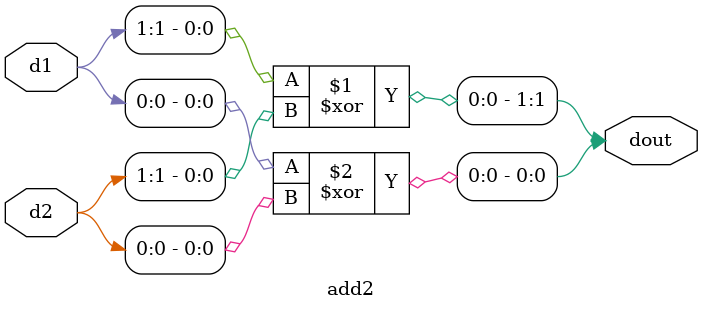
<source format=v>
`timescale 1ns / 1ps

// Engineer: Rajesh Srivatsav Sures
// Create Date: 05.05.2019 11:56:48
// Design: AES 32-bit iterative core design with Power analysis attack countermeasures (PACM)
// Target Devices: FPGA -- Artix 7 implemented and tested using Virtual Input Output 
// Revision 0.01 - Final Design


/////////////////////////////////////AES_PACM_TOP/////////////////////////////////////////////
// This module is used for Tapeout purpose where we require a smaller number of IO pins 
// 8-bit read write ports are present in this module with a Memory file which holds the inputs together and sends packets of 32 bits 
// to the core AES IP. 
module AES_PACM_TOP(    IO_DATAINOUT,
						IO_R_W,
						IO_OPCODE,
						IO_CLOCK,
						IO_RESET,
						IO_START,
						IO_ADDR,
						IO_DONE );
    
	inout           [7:0]               IO_DATAINOUT; /// INOUT port for and writing inputs reading outputs in 8-bit widths 
	input           [4:0]               IO_ADDR;
	input                               IO_R_W;
	input           [3:0]               IO_OPCODE;
	input                               IO_CLOCK;
	input                               IO_RESET;
	input                               IO_START;
  //	output          [7:0]               OUT_8; // if testing in a FPGA environment, please uncomment this line and change IO_DATAINOUT as input 
	output                              IO_DONE ;
	
	wire			[7:0]	            IN_8 ;
	wire                                R_W;
	wire            [1:0]               MODE;
	wire                                E_D;
	wire                                D_K;
	wire                                CLOCK;
	wire                                RESET;
	wire                                START_KSA_DP;
	wire            [4:0]               ADDR;      //ADDRESS FOR THE DATA/KEY LOADING OR OUTPUT READING
	wire            [7:0]               OUT_8;
	wire                                DONE;
	wire            [3:0]               OPCODE;                       
	
	
	
	wire [127:0] mem_128_1,mem_128_2,data_out_128;
	
	reg [7:0] MEM_I [31:0];
	
	assign {MODE[1],MODE[0],E_D,D_K}=OPCODE;
	
	assign mem_128_1 = { MEM_I[0],MEM_I[1],MEM_I[2],MEM_I[3],MEM_I[4],MEM_I[5],MEM_I[6],MEM_I[7],
	                    MEM_I[8],MEM_I[9],MEM_I[10],MEM_I[11],MEM_I[12],MEM_I[13],MEM_I[14],MEM_I[15] };
	
	
	assign mem_128_2 = { MEM_I[16],MEM_I[17],MEM_I[18],MEM_I[19],MEM_I[20],MEM_I[21],MEM_I[22],MEM_I[23],
	                    MEM_I[24],MEM_I[25],MEM_I[26],MEM_I[27],MEM_I[28],MEM_I[29],MEM_I[30],MEM_I[31] };
	
	
	AES_IP_v1  IP_v1(
					.IN_1_128 (mem_128_1),
					.IN_2_128 (mem_128_2),
					.D_K(D_K),
					.E_D(E_D),
					.DATA_OUT_128(data_out_128),
					.CLK(CLOCK),
					.RST(RESET),
					.MODE(MODE),
					.IP_START(START_KSA_DP),
					.DATA_DONE(DONE)
	    );
	
	
	always @ (posedge CLOCK)
	begin
	
	     
	// we have a 256 bit register and a 128 biit register which is used for input and oututs respectively
	//now if we have to give inputs , R_W = 0 , and we give the address from 0-31 and give the input 8bit data
	//for output reading  R_W = 1 , and we give the address from 0 - 15 adn we can read the data when the encryption or decryption is done
	     if(~RESET)
	     begin
	     MEM_I[0]<=32'd0;
	     MEM_I[1]<=32'd0;
	     MEM_I[2]<=32'd0;
	     MEM_I[3]<=32'd0;
	     MEM_I[4]<=32'd0;
	     MEM_I[5]<=32'd0;
	     MEM_I[6]<=32'd0;
	     MEM_I[7]<=32'd0;
	     MEM_I[8]<=32'd0;
	     MEM_I[9]<=32'd0;
	     MEM_I[10]<=32'd0;
	     MEM_I[11]<=32'd0;
	     MEM_I[12]<=32'd0;
	     MEM_I[13]<=32'd0;
	     MEM_I[14]<=32'd0;
	     MEM_I[15]<=32'd0;
	     MEM_I[16]<=32'd0;
	     MEM_I[17]<=32'd0;
	     MEM_I[18]<=32'd0;
	     MEM_I[19]<=32'd0;
	     MEM_I[20]<=32'd0;
	     MEM_I[21]<=32'd0;
	     MEM_I[22]<=32'd0;
	     MEM_I[23]<=32'd0;
	     MEM_I[24]<=32'd0;
	     MEM_I[25]<=32'd0;
	     MEM_I[26]<=32'd0;
	     MEM_I[27]<=32'd0;
	     MEM_I[28]<=32'd0;
	     MEM_I[29]<=32'd0;
	     MEM_I[30]<=32'd0;
	     MEM_I[31]<=32'd0;
	     
	    
	          end
	     
	     if (RESET  && ~R_W)
	     begin
	        MEM_I [ ADDR ] <= IN_8;
	        
	     end
	     
	end  
	
	
	
	 assign OUT_8 = (~ADDR[3]) & (~ADDR[2]) & (~ADDR[1]) & (~ADDR[0]) ? data_out_128  [127:120]   : 8'bz;
	 assign OUT_8 = (~ADDR[3]) & (~ADDR[2]) & (~ADDR[1]) & (ADDR[0])  ? data_out_128  [119:112]   : 8'bz;
	 assign OUT_8 = (~ADDR[3]) & (~ADDR[2]) & (ADDR[1]) & (~ADDR[0])  ? data_out_128  [111:104]   : 8'bz;
	 assign OUT_8 = (~ADDR[3]) & (~ADDR[2]) & (ADDR[1]) & (ADDR[0])   ? data_out_128  [103:96]    : 8'bz;
	 assign OUT_8 = (~ADDR[3]) & (ADDR[2]) & (~ADDR[1]) & (~ADDR[0])  ? data_out_128  [95:88]     : 8'bz;
	 assign OUT_8 = (~ADDR[3]) & (ADDR[2]) & (~ADDR[1]) & (ADDR[0])   ? data_out_128  [87:80]     : 8'bz;
	 assign OUT_8 = (~ADDR[3]) & (ADDR[2]) & (ADDR[1]) & (~ADDR[0])   ? data_out_128  [79:72]     : 8'bz;
	 assign OUT_8 = (~ADDR[3]) & (ADDR[2]) & (ADDR[1]) & (ADDR[0])    ? data_out_128  [71:64]     : 8'bz;
	 assign OUT_8 = (ADDR[3]) & (~ADDR[2]) & (~ADDR[1]) & (~ADDR[0])  ? data_out_128  [63:56]     : 8'bz;
	 assign OUT_8 = (ADDR[3]) & (~ADDR[2]) & (~ADDR[1]) & (ADDR[0])   ? data_out_128  [55:48]     : 8'bz;
	 assign OUT_8 = (ADDR[3]) & (~ADDR[2]) & (ADDR[1]) & (~ADDR[0])   ? data_out_128  [47:40]     : 8'bz;
	 assign OUT_8 = (ADDR[3]) & (~ADDR[2]) & (ADDR[1]) & (ADDR[0])    ? data_out_128  [39:32]     : 8'bz;
	 assign OUT_8 = (ADDR[3]) & (ADDR[2]) & (~ADDR[1]) & (~ADDR[0])   ? data_out_128  [31:24]     : 8'bz;
	 assign OUT_8 = (ADDR[3]) & (ADDR[2]) & (~ADDR[1]) & (ADDR[0])    ? data_out_128  [23:16]     : 8'bz;
	 assign OUT_8 = (ADDR[3]) & (ADDR[2]) & (ADDR[1]) & (~ADDR[0])    ? data_out_128  [15:8]      : 8'bz;
	 assign OUT_8 = (ADDR[3]) & (ADDR[2]) & (ADDR[1]) & (ADDR[0])     ? data_out_128  [7:0]       : 8'bz;
   
                        
endmodule

/////////////////////////////////////////////AES IP  //////////////////////////////////////////////////
/// this module was instantiated to covert the AES core into an IP for creating an API using ZYNQ 7000 SoC

module AES_IP_v1(
IN_1_128,IN_2_128,D_K,E_D,DATA_OUT_128,CLK,RST,MODE,IP_START,DATA_DONE
    );
	input [127:0] IN_1_128,IN_2_128;
	input D_K,E_D;
	input CLK,RST,IP_START;
	input [1:0] MODE;
	output DATA_DONE;
	output [127:0] DATA_OUT_128;
	wire [127:0] PARALLEL_OUT_DATA;
	wire [127:0] PARALLEL_OUT_RANDOM;
	wire [31:0] DATAIN;
	reg   IO_DATALATCH    ,IO_DATA_RW;
	wire  s2,s1,s0;
	reg START;
	wire [31:0] DOUT_1,DOUT_2;
	reg [1:0] state;
	reg [3:0] count_io_ip;
	reg [2:0] s;
	reg ula;
	wire W_DATA_DONE;
	assign DATA_OUT_128 =PARALLEL_OUT_DATA ^ PARALLEL_OUT_RANDOM;
	assign DATA_DONE = W_DATA_DONE;
	always @ (posedge CLK)
	begin
	
	if (~RST)
	    begin
	         IO_DATALATCH <=0;
	         IO_DATA_RW <= 0; 
	         s <= 0;
	         state <= 0;
	            ula <= 0;
	            START <= 0;
	    end
	    
	else 
	    begin
	        if( IP_START && ~ula)
	          begin
	              
	        
	            case (state)
	                2'b00:
	                begin
	                IO_DATALATCH <=1;
	                state <=1; 
	                START <= 0;
	                end
	                
	                2'b01:
	                begin
	                state <= 2;
	                count_io_ip <= count_io_ip -1 ;
	                end
	                
	                2'b10:
	                begin 
	                IO_DATALATCH <= 0;
	                if(count_io_ip >0)
	                begin
	                state <= 0;
	                s <= s-1;
	                end
	                else 
	                state <= 3;
	                end
	                
	                2'b11:
	                begin
	                IO_DATALATCH <= 0;
	                
	                ula <= 1;

	
	                if (D_K)
	                      START <= 1;
	                end   
	          endcase
	      end 
	    
	    if ( ~IP_START )
	        begin
	        ula <= 0;
	        if (W_DATA_DONE)
	            begin
	             START <=0;
	             //state <= 0;
	             end
	            state <= 0;
	            
	            
	        if ( ~D_K)
	                   begin
	                   if(MODE ==0  ||  MODE==1)
	                   begin
	                   s <= 3;
	                   count_io_ip <= 4;
	                   end
	                   else if (MODE ==2 )
	                   begin
	                   s <= 5;
	                   count_io_ip <= 6;
	                   end
	                   else if (MODE == 3)
	                   begin
	                   s <= 7;
	                   count_io_ip <= 8;
	                   end
	                  end
	                  
	        else if (D_K)
	        begin
	                  count_io_ip <= 4;
	                    s <= 3;
	        end
	        end
	    end
	
	end
	
	assign {s2,s1,s0}= s;
	
	AES_PIPELINED_v1   AES_v1(
	.E_D(E_D),
	.D_K(D_K),
	.MODE(MODE),
	.CLK(CLK),
	.RST(RST),
	.DATAIN(DATAIN),
	.IO_DATALATCH(IO_DATALATCH),
	.IO_DATA_RW(IO_DATA_RW),
	.START(START),
	.DATA_DONE(W_DATA_DONE),
	.PARALLEL_OUT_DATA(PARALLEL_OUT_DATA),   ////EXTRA SIGNAL ADDED FOR VIO -- FPGA output verification 
	.PARALLEL_OUT_RANDOM(PARALLEL_OUT_RANDOM)
	    );
	
	mux4x1  M1(.d_in0(IN_1_128[127:96]), .d_in1(IN_1_128[95:64]), .d_in2(IN_1_128[63:32]), 
	        .d_in3(IN_1_128[31:0]), .d_out(DOUT_1), .select({s1,s0}));
	
	mux4x1 M2 (.d_in0(IN_2_128[127:96]), .d_in1(IN_2_128[95:64]), .d_in2(IN_2_128[63:32]), 
	        .d_in3(IN_2_128[31:0]), .d_out(DOUT_2 ), .select({s1,s0}));
	
	mux2x132 mm (.d_in0(DOUT_1), .d_in1(DOUT_2), .d_out(DATAIN), .select(s2));
endmodule

/////////////////////////////////////// AES TOP MODULE /////////////////////////////////////////////////////////
// AES Core Module is connected in AES_PIPELINED_v1 module


 module AES_PIPELINED_v1(
                            E_D,
                            D_K,
                            MODE,
                            CLK,
                            RST,
                            DATAIN,
                            IO_DATALATCH,
                            IO_DATA_RW,
                            START,
                            KEY_DONE,
                            DATA_DONE,
                            DATA_OUT,
                            PARALLEL_OUT_DATA,   ////EXTRA SIGNAL ADDED FOR VIO
                            PARALLEL_OUT_RANDOM,
                            key_wire,
                            KEY_ADDR
                                );
                //////////      OUTPUTS      //////////////

    output KEY_DONE;
    output DATA_DONE;
    output [31:0] DATA_OUT;
    
                  ///////////       INOUT          ///////////////
                      
    input [31:0] DATAIN;    
    
                   ///////////      INPUTS      ///////////////
    
    input E_D;
    input D_K;
    input [1:0] MODE;
    input CLK;
    input RST;
    input IO_DATALATCH;
    input IO_DATA_RW;
    input START;
        
                      ///////////// WIRE //////////////////
    
    wire DATA_LD_WAIT;                 
    wire [3:0] COUNT_IO;
    wire KEY_LD_WAIT;
    wire SHFT_ACTIVE;
    wire SBOX_ACTIVE;
    wire MIX_ACTIVE;
    wire [2:0] MIX_ADDR;
    output wire [5:0] KEY_ADDR;
    wire [3:0] ADDR_WORD;
    wire LD;
    wire ST;
    wire KSA_KEYSTART;
    wire [31:0] MUX_C_OUT;
    wire [3:0] COUNT_ROUND;
    wire [3:0] FINAL_ROUND;
    wire       ENABLE_RANDOM_NUMBER;
    
    wire [31:0] MC_OUT;
    wire [31:0] ADD_RK_IN;
    wire [31:0] KEY_IN;
    wire [31:0] ADD_RK_OUT;
    
    wire [7:0] MUX_S_8_DATA_OUT;
    wire [7:0] MUX_S_8_RANDOM_OUT;
    wire [7:0] SBOX_DATA_OUT;
    wire [7:0] SBOX_RANDOM_OUT;
    
    
    wire [31:0] RANDOM_OUT;
    output wire [127:0] PARALLEL_OUT_DATA;
    output wire [127:0] PARALLEL_OUT_RANDOM;
    wire R1;
    wire R0;
    wire [31:0] KSA_SERIAL_IN;
    wire [31:0] DATAOUT_32;
    output wire [31:0] key_wire ;
    
    assign ENABLE_RANDOM_NUMBER = 1'b1;
    //////// CORE /////////////////
    
    AES_CONTROL_UNIT ACU_x_1(
    .ACU_I_CLK(CLK),
    .ACU_I_RST(RST),
    .ACU_I_E_D(E_D),
    .ACU_I_D_K(D_K),
    .ACU_I_AES_MODE(MODE),
    .ACU_I_START(START),
    .ACU_I_KSA_DONE(KEY_DONE),
    .ACU_I_DATA_LD_WAIT(DATA_LD_WAIT),
    .ACU_I_COUNT_IO(COUNT_IO),
    .ACU_I_KEY_LD_WAIT(KEY_LD_WAIT),
    .ACU_O_DATA_DONE(DATA_DONE),
    .ACU_O_SHFT_ACTIVE(SHFT_ACTIVE),
    .ACU_O_SBOX_ACTIVE(SBOX_ACTIVE),
    .ACU_O_MIX_ACTIVE(MIX_ACTIVE),
    .ACU_O_ADDR_WORD(ADDR_WORD),
    .ACU_O_MIX_ADDR(MIX_ADDR),
    .ACU_O_KEY_ADDR(KEY_ADDR),
    .ACU_O_FINAL_ROUND(FINAL_ROUND),
    .ACU_O_ST(ST),
    .ACU_O_LD(LD),
    .ACU_O_COUNT_ROUND(COUNT_ROUND));
    
    
     AES_MIX_COL MC_x_1(
     .MC_IN(MUX_C_OUT),
     .E_D(E_D),
     .MC_COUNT_ROUND(COUNT_ROUND),
     .MC_FINAL_ROUND_COUNT(FINAL_ROUND),
     .MC_I_MIX_ACTIVE(MIX_ACTIVE),
     .MC_OUT(MC_OUT));
    
    
     AES_ADD_RK A_x_1(
    .ARK_I_DATAIN(MC_OUT),
    .ARK_I_MIX_ACTIVE(MIX_ACTIVE),
    .ARK_I_KEY_IN(key_wire),
    .ARK_KEY_OUT(ADD_RK_OUT),
    .ARK_I_B0(MIX_ADDR[2]));
    
    AES_SBOX_PIPELINED sb_x_1(
    .a(MUX_S_8_DATA_OUT),
    .b(MUX_S_8_RANDOM_OUT),
    .E_D(E_D),
    .s_out0(SBOX_DATA_OUT),
    .s_out1(SBOX_RANDOM_OUT),
    .clk(CLK),
    .random(RANDOM_OUT[27:0]));
    
    
    
    
    AES_USHR_CONTROL a_x_1(
    .DATA_IN_IO(DATAIN),
    .CLOCK(CLK),
    .RESET(RST),
    .E_D(E_D),
    .D_K(D_K),
    .b(MIX_ADDR[2]),
    .R0(R0),
    .R1(R1),
    .SBOX_ACTIVE(SBOX_ACTIVE),
    .IO_DATALATCH(IO_DATALATCH),  
    .IO_DATA_RW(IO_DATA_RW),
    .DATA_DONE(DATA_DONE),
    .DATA_REG_TO_KSA_MEM(KSA_SERIAL_IN),
    .DATA_OUT(DATA_OUT),
    .COUNT(COUNT_IO),
    .PARALLEL_OUT_DATA(PARALLEL_OUT_DATA),
    .PARALLEL_OUT_RANDOM(PARALLEL_OUT_RANDOM),
    .LD(LD),
    .ST(ST),
    .MIX_ACTIVE(MIX_ACTIVE),
    .SHIFT_ACTIVE(SHFT_ACTIVE),
    .RANDOM_8_IN(SBOX_RANDOM_OUT),
    .DATA_8_IN(SBOX_DATA_OUT),
    .ROUND_DATA_32_IN(ADD_RK_OUT),
    .RANDOM_8_OUT(MUX_S_8_RANDOM_OUT),
    .DATA_8_OUT(MUX_S_8_DATA_OUT),
    .ROUND_DATA_32(MUX_C_OUT),
    .KEYLOADED_CP(KEY_LD_WAIT),       
    .KEY_MODE(MODE),
    .S0(ADDR_WORD[0]),
    .S1(ADDR_WORD[1]),
    .KEY_IN(key_wire),
    .RANDOM_NUMBER(RANDOM_OUT),
    .LOAD_WAIT(DATA_LD_WAIT),
    .KSA_KEYSTART(KSA_KEYSTART)
    );
    
    
    KSA_v1  KSA_v1(
                   .CLK(CLK),
                   .RST(RST),
                   .key_start(KSA_KEYSTART),
                   .key_size(MODE),
                   .wk(KSA_SERIAL_IN),
                   .E_D(E_D),
                   .address_from_top(KEY_ADDR),
                   .key_done(KEY_DONE),
                   .MEM_DATAOUT(key_wire)
                   );
    
    
    lfsr113 RANDOM_NUM_GEN(
     // Outputs
     .lfsr113_prng(RANDOM_OUT) ,
     // Inputs
     .CLK(CLK), .reset(RST) ,.enable_p(ENABLE_RANDOM_NUMBER)
     ) ;
    
    assign R1 = MIX_ACTIVE? MIX_ADDR[1]:ADDR_WORD[3];
    assign R0 = MIX_ACTIVE? MIX_ADDR[0]:ADDR_WORD[2];    

endmodule

				 

///////////////////////////////////////////AES CONTROL PATH/////////////////////////////////////////////////////////
module AES_CONTROL_UNIT(
                        ACU_I_CLK,
                        ACU_I_RST,
                        ACU_I_E_D,
                        ACU_I_D_K,
                        ACU_I_AES_MODE,
                        ACU_I_START,
                        ACU_I_KSA_DONE,
                        ACU_I_DATA_LD_WAIT,
                        ACU_I_COUNT_IO,
                        ACU_I_KEY_LD_WAIT,
                        ACU_O_DATA_DONE,
                        ACU_O_SHFT_ACTIVE,
                        ACU_O_SBOX_ACTIVE,
                        ACU_O_MIX_ACTIVE,
                        ACU_O_ADDR_WORD,
                        ACU_O_MIX_ADDR,
                        ACU_O_KEY_ADDR,
                        ACU_O_FINAL_ROUND,
                        ACU_O_ST,
                        ACU_O_LD,
                        ACU_O_COUNT_ROUND
                        );

    //      OUTPUTS       //

    output reg ACU_O_SHFT_ACTIVE;
    output reg ACU_O_SBOX_ACTIVE;
    output reg ACU_O_MIX_ACTIVE;
    output reg [3:0] ACU_O_ADDR_WORD;
    output reg [2:0] ACU_O_MIX_ADDR;
    output reg [5:0] ACU_O_KEY_ADDR;
    output reg ACU_O_LD;
    output reg ACU_O_ST;
    output reg ACU_O_DATA_DONE;
     output reg [3:0] ACU_O_COUNT_ROUND;
    
     output reg [3:0] ACU_O_FINAL_ROUND;
    
    //      INPUTS      //
    
    input ACU_I_E_D;
    input ACU_I_D_K;
    input ACU_I_START;
    input ACU_I_KSA_DONE;
    input ACU_I_CLK;
    input ACU_I_RST;
    input [1:0] ACU_I_AES_MODE;
    input ACU_I_DATA_LD_WAIT;
    input ACU_I_KEY_LD_WAIT;
    input [3:0] ACU_I_COUNT_IO;
    
    //          REG         //
    
    reg [3:0] STATE;
    reg [2:0] LOCAL_COUNT;
    //reg ula;
    
    //       STATE VARIABLE NAMES        //
    
    parameter KEY_STATE = 4'b0000;
    parameter IO_WAIT = 4'b0001;
    parameter DATA_STATE = 4'b0010;
    parameter START_STATE = 4'b011;
    parameter SBOX_STATE = 4'b0100;
    parameter MIX_ADDRK_STATE = 4'b0101;
    parameter OP_STATE = 4'b0110;
    parameter STREAM = 4'b0111;
    
    
    
    /////       REG STATE        //////
            
    always @ (posedge ACU_I_CLK)
    begin
        if(!ACU_I_RST)
        begin
        
             STATE <= KEY_STATE;
             {ACU_O_LD,ACU_O_ST}<={1'b1,1'b1};
             ACU_O_ADDR_WORD<={4{1'b0}}; 
             ACU_O_MIX_ADDR <= 3'b000;
             ACU_O_SHFT_ACTIVE <= 0;
             ACU_O_SBOX_ACTIVE <= 0;
             ACU_O_MIX_ACTIVE <= 0;
             ACU_O_DATA_DONE <= 0;
             STATE <= KEY_STATE;
             LOCAL_COUNT <= 0;
             ACU_O_COUNT_ROUND <= 0;   
    
        end
        
    else
    begin    
        
        case(STATE)
            
    KEY_STATE:
           begin
           if (!ACU_I_D_K)
             begin
                {ACU_O_LD,ACU_O_ST}<={1'b1,1'b0};
                
                if(ACU_I_AES_MODE==2'b00 || ACU_I_AES_MODE==2'b01) //////// AES-128
                begin
                    if(ACU_I_COUNT_IO==4)
                        begin
                            STATE <= IO_WAIT;
                            ACU_O_FINAL_ROUND <= 10;
                        end
                            
                    else
                        STATE <= KEY_STATE;        
                end       
                
                
                
                if(ACU_I_AES_MODE==2'b10)                       ////////// AES-192
                begin
                    if(ACU_I_COUNT_IO==6)
                    begin    
                        STATE <= IO_WAIT;
                        ACU_O_FINAL_ROUND <= 12;
                    end    
                        
                    else
                        STATE <= KEY_STATE;            
                end                
                
                
                
                if(ACU_I_AES_MODE==2'b11)                       ////////// AES-256
                begin
                    if(ACU_I_COUNT_IO==8)
                    begin
                        STATE <= IO_WAIT;
                        ACU_O_FINAL_ROUND <= 14;
                    end
                        
                    else
                        STATE <= KEY_STATE;    
                end                       
          
              end                     
           
           end       
                           
                
     
    IO_WAIT:
                                        // I_O WAIT STATE KEY FIRST/ DATA NEXT
           begin       
                 {ACU_O_LD,ACU_O_ST}<={1'b1,1'b1};
                 if(!ACU_I_KEY_LD_WAIT)
                    STATE <= DATA_STATE;
          
                 else
                    STATE <= IO_WAIT;
           end         
           
          
    DATA_STATE:
           begin
           
           
          
           
             if(ACU_I_D_K)
             begin
                if(!ACU_I_DATA_LD_WAIT)
                    begin
    
                        if(ACU_I_E_D)
                        
                           ACU_O_KEY_ADDR <= 3;
                        
                        else if (!ACU_I_E_D)
                        begin
                            case(ACU_I_AES_MODE)
                                2'b00: ACU_O_KEY_ADDR <= 43;
                                2'b01: ACU_O_KEY_ADDR <= 43;
                                2'b10: ACU_O_KEY_ADDR <= 51;
                                2'b11: ACU_O_KEY_ADDR <= 59;
                            endcase
                        end
                        
                        STATE<= START_STATE;
                        
                        end
                   
                else
                begin
                {ACU_O_LD,ACU_O_ST}<={1'b1,1'b0};
      
                if(!ACU_I_E_D)
                begin
                    case(ACU_I_AES_MODE)
                        2'b00: ACU_O_KEY_ADDR <= ACU_I_COUNT_IO +39;
                        2'b01: ACU_O_KEY_ADDR <= ACU_I_COUNT_IO +39;
                        2'b10: ACU_O_KEY_ADDR <= ACU_I_COUNT_IO +47;
                        2'b11: ACU_O_KEY_ADDR <= ACU_I_COUNT_IO +55;////count-1 + the base value for each key depending on the key mode
                    endcase
                end
                
                else                       
                 ACU_O_KEY_ADDR <= ACU_I_COUNT_IO-1;   
                end      
             end       
           
           end     
           
    START_STATE:
           begin
                 if(ACU_I_START && ACU_I_KSA_DONE )
                 begin
                            {ACU_O_LD,ACU_O_ST}<={1'b0,1'b1};
                            ACU_O_ADDR_WORD <= 0;
                            ACU_O_SHFT_ACTIVE <= 1;
                            ACU_O_SBOX_ACTIVE <= 0;
                            ACU_O_MIX_ACTIVE <= 0;
                            
                            ACU_O_COUNT_ROUND <= ACU_O_COUNT_ROUND+4'b0001;
                            
                           if(ACU_I_E_D)
                                ACU_O_KEY_ADDR <= ACU_O_KEY_ADDR+1;
                           else
                                ACU_O_KEY_ADDR <= ACU_O_KEY_ADDR-7;
                                
                           STATE <=SBOX_STATE;      
                end
                
                else
                begin
                    {ACU_O_LD,ACU_O_ST}<={1'b1,1'b1};
                    ACU_O_COUNT_ROUND <= ACU_O_COUNT_ROUND;
                    STATE <= START_STATE;
                    ACU_O_KEY_ADDR <= ACU_O_KEY_ADDR;       //operation_stopped_or_paused <= 1;
                end
           
           end
           
    SBOX_STATE:
        begin 
            if(ACU_O_SBOX_ACTIVE)
            begin
                
                if(LOCAL_COUNT<3)
                begin
                    {ACU_O_LD,ACU_O_ST}<={1'b0,1'b0};
                    LOCAL_COUNT <= LOCAL_COUNT+1;
                end
                    
                if(LOCAL_COUNT==3)
                begin
                    {ACU_O_LD,ACU_O_ST}<={1'b0,1'b1};
                    LOCAL_COUNT <= LOCAL_COUNT+1;
                end
                    
                if(LOCAL_COUNT==4)
                begin    
                    if(ACU_O_ADDR_WORD==4'b1111)
                    begin
                        LOCAL_COUNT <= 0;
                        ACU_O_SBOX_ACTIVE <= 0;
                        ACU_O_ADDR_WORD <= 0;
                        {ACU_O_LD,ACU_O_ST}<={1'b1,1'b1};   ///// IVE CHANGED
                        STATE <= MIX_ADDRK_STATE;
                    end
                    
                    else
                    begin
                        ACU_O_ADDR_WORD <= ACU_O_ADDR_WORD+1;
                        LOCAL_COUNT <= 0;
                    end      
                    {ACU_O_LD,ACU_O_ST}<={1'b1,1'b1};
                end
            end
            
           else
           begin     
                ACU_O_SBOX_ACTIVE <= 1; //// SBOX ACTIVE TO MODULES         
                ACU_O_SHFT_ACTIVE <= 0;
                {ACU_O_LD,ACU_O_ST}<={1'b1,1'b1};
           end
           
           end
                         
    MIX_ADDRK_STATE:
        begin
           if(ACU_O_MIX_ACTIVE)
           begin
              
                if(LOCAL_COUNT==0)
                begin
                      {ACU_O_LD,ACU_O_ST}<={1'b0,1'b0};
                      LOCAL_COUNT <= LOCAL_COUNT+1;
                end
                
                if(LOCAL_COUNT==1)
                begin
                      {ACU_O_LD,ACU_O_ST}<={1'b0,1'b1};
                      LOCAL_COUNT <= LOCAL_COUNT+1;
                end
                            
                
                if(LOCAL_COUNT==2)     
                begin 
                     {ACU_O_LD,ACU_O_ST}<={1'b0,1'b0};  
                     ACU_O_MIX_ADDR <= ACU_O_MIX_ADDR+4;
                     LOCAL_COUNT <= LOCAL_COUNT+1;
                end
           
                if(LOCAL_COUNT==3)
                begin
                     {ACU_O_LD,ACU_O_ST}<={1'b0,1'b1};
                     LOCAL_COUNT <= LOCAL_COUNT+1;
                end
                                 
                if(LOCAL_COUNT==4)
                begin
                    {ACU_O_LD,ACU_O_ST}<={1'b1,1'b1}; // NO-OP/ADDRESS CHANGE STATE
                    
                    if(ACU_O_MIX_ADDR==3'b111)
                    begin
                        LOCAL_COUNT <= 0;
                        ACU_O_MIX_ACTIVE <= 0;
                        ACU_O_MIX_ADDR <= 0;
                        if(ACU_O_COUNT_ROUND==ACU_O_FINAL_ROUND)
                            STATE <= OP_STATE;
                        else
                            STATE <= START_STATE;
                    end
                
                    else                
                    begin
                        ACU_O_MIX_ADDR <= ACU_O_MIX_ADDR-3;
                        LOCAL_COUNT <= 0;
                        ACU_O_KEY_ADDR <= ACU_O_KEY_ADDR+1;
                    end
                end             
           end
           
           else        
                ACU_O_MIX_ACTIVE <= 1;
                
     end
            
    OP_STATE:
            begin
                ACU_O_DATA_DONE <= 1;
                {ACU_O_LD,ACU_O_ST}<={1'b1,1'b1};   
                STATE <= STREAM;
                
            end    
            
            
    STREAM:
        begin
            
            if(ACU_I_START && ACU_O_DATA_DONE)
            begin
            STATE <= STREAM;    ///wait until data is taken by the memory unit
            end
            else
            begin
            STATE <= DATA_STATE;
            ACU_O_DATA_DONE <= 0;
             ACU_O_SHFT_ACTIVE <= 0;      
             ACU_O_SBOX_ACTIVE <= 0;
             ACU_O_MIX_ACTIVE <= 0;
             LOCAL_COUNT <= 0;
             ACU_O_COUNT_ROUND <= 0;
                     
            end 
        
        
        end        
            
     endcase
     
    end       
    end

endmodule



//////////////////////////////////////////////USHR CONTROL MODULE////////////////////////////////////////////////////////
module AES_USHR_CONTROL(
                         DATA_IN_IO,
                         CLOCK,
                         RESET,
                         E_D,
                         b,
                         R0,
                         R1,
                         SBOX_ACTIVE,
                         IO_DATALATCH,  
                         IO_DATA_RW ,
                         DATA_DONE ,
                         DATA_REG_TO_KSA_MEM,
                         DATA_OUT,
                         COUNT,
                         PARALLEL_OUT_DATA,
                         PARALLEL_OUT_RANDOM,
                         LD,
                         ST,
                         MIX_ACTIVE,
                         SHIFT_ACTIVE,
                         D_K,
                         RANDOM_8_IN,
                         DATA_8_IN,
                         ROUND_DATA_32_IN,
                         RANDOM_8_OUT,
                         DATA_8_OUT,
                         ROUND_DATA_32,
                         KEYLOADED_CP,       
                         KEY_MODE
                         ,S0,S1
                        ,KEY_IN
                        ,RANDOM_NUMBER
                        ,LOAD_WAIT
                        ,KSA_KEYSTART);
                    
    input       [31:0]      DATA_IN_IO;
    input                   RESET;
    input                   CLOCK;
    input                   E_D;
    input       [31:0]      ROUND_DATA_32_IN;
    input                   b;
    input                   R1;
    input                   R0;
    input                   S0;
    input                   S1;
    input                   SBOX_ACTIVE;
    input                   LD;
    input                   ST;
    input                   MIX_ACTIVE;
    input                   SHIFT_ACTIVE;
    input                   IO_DATALATCH;
    input                   D_K;
    input                   IO_DATA_RW ;
    input                   DATA_DONE ;
    input       [7:0]       RANDOM_8_IN,DATA_8_IN;
    input       [1:0]       KEY_MODE;
    input       [31:0]      RANDOM_NUMBER;
    input       [31:0]      KEY_IN;
    
    output                  KSA_KEYSTART;
    output      [31:0]      DATA_REG_TO_KSA_MEM;
    output      [31:0]      DATA_OUT;
    output      [7:0]       RANDOM_8_OUT,DATA_8_OUT;
    output      [31:0]      ROUND_DATA_32 ;
    output      [127:0]     PARALLEL_OUT_DATA;
    output      [127:0]     PARALLEL_OUT_RANDOM;
    output reg  [3:0]       COUNT;
    output reg              LOAD_WAIT;
    output reg              KEYLOADED_CP;
    
    wire        [1:0]       USHR_mode0_data;
    wire        [1:0]       USHR_mode1_data;
    wire        [1:0]       USHR_mode2_data;
    wire        [1:0]       USHR_mode3_data;
    wire        [1:0]       USHR_mode0_random;
    wire        [1:0]       USHR_mode1_random;
    wire        [1:0]       USHR_mode2_random;
    wire        [1:0]       USHR_mode3_random;
     
    wire        [15:0]      CONTROL_2X1_MUX_SBOX_RANDOM;
    wire        [15:0]      CONTROL_2X1_MUX_SBOX_DATA;
    
    wire        [31:0]      SERIAL_RIGHT_DATA_OUT;
    wire        [31:0]      SERIAL_LEFT_DATA_OUT ;
    wire        [31:0]      SERIAL_RIGHT_RANDOM_OUT;
    wire        [31:0]      SERIAL_LEFT_RANDOM_OUT;
    wire        [31:0]      SERIAL_LEFT_DATA_MUX_SELECTED;
    wire        [31:0]      SERIAL_LEFT_DATA_IN;
    wire        [31:0]      SERIAL_RIGHT_RANDOM_IN;
    wire        [31:0]      data_32_out;
    wire        [31:0]      RANDOM_32_out;
    wire        [31:0]      round_data_load;
    wire        [31:0]      round_RANDOM_load;
    
    wire        [127:0]     RANDOM_WIRE_128;
    wire        [127:0]     SHIFT_ROWS_OR_INVERSE_SHIFT_ROWS_OUT_DATA;
    wire        [127:0]     SHIFT_ROWS_OR_INVERSE_SHIFT_ROWS_OUT_RANDOM;
    wire        [127:0]     DATA_WIRE_128;
    wire        [127:0]     SHIFT_ROWS_DATA_OUT;
    wire        [127:0]     INV_SHIFT_ROWS_DATA_OUT;
    wire        [127:0]     SHIFT_ROWS_RANDOM_OUT;
    wire        [127:0]     INV_SHIFT_ROWS_RANDOM_OUT;
    wire        [127:0]     Parallel_in_RANDOM;
    wire        [127:0]     Parallel_in_data;
    reg                     ula;
    reg                     KEY_WAIT_LOCAL;
    reg                     STATE_FOR_D_K_REG_LOAD;
    reg                     STATE_FOR_KSA_MEM_LOAD;
    
    reg         [3:0]       COUNT_value;                
    

    assign round_data_load           =  SBOX_ACTIVE ? {DATA_8_IN,DATA_8_IN,DATA_8_IN,DATA_8_IN} : ROUND_DATA_32_IN   ;
    assign round_RANDOM_load         =  SBOX_ACTIVE ? {RANDOM_8_IN,RANDOM_8_IN,RANDOM_8_IN,RANDOM_8_IN} : ROUND_DATA_32_IN;
    assign DATA_WIRE_128             =  {round_data_load,round_data_load,round_data_load,round_data_load} ;
    assign RANDOM_WIRE_128           =  {round_RANDOM_load,round_RANDOM_load,round_RANDOM_load,round_RANDOM_load};
    assign Parallel_in_data          =  SHIFT_ACTIVE ? SHIFT_ROWS_OR_INVERSE_SHIFT_ROWS_OUT_DATA : DATA_WIRE_128;
    assign  Parallel_in_RANDOM       =  SHIFT_ACTIVE ?  SHIFT_ROWS_OR_INVERSE_SHIFT_ROWS_OUT_RANDOM : RANDOM_WIRE_128;
    
    assign KSA_KEYSTART = KEY_WAIT_LOCAL;
    
    
    always @(posedge CLOCK)
    begin
        if(~RESET)
        begin
    STATE_FOR_D_K_REG_LOAD <= 0;
    ula <= 0;
    STATE_FOR_KSA_MEM_LOAD <= 0;
    COUNT <= 0;
    KEY_WAIT_LOCAL <= 0;
    LOAD_WAIT <= 1;
    KEYLOADED_CP <= 1;
     if (KEY_MODE==2)
    COUNT_value <= 6;
    
    else if (KEY_MODE==3)
    COUNT_value <= 8;
    
    else //(KEY_MODE==1 || KEY_MODE==0)
    COUNT_value <= 4;
    
        end
        
        else if (RESET)
        begin
        if (LD==1 && ST==0 && IO_DATALATCH && ~STATE_FOR_D_K_REG_LOAD && ~KEY_WAIT_LOCAL )
                       begin
                                        if(ula)
                                        begin
                                                   STATE_FOR_D_K_REG_LOAD <= 1;
                                                   if(~D_K && KEYLOADED_CP)///COUNT value ust be unchanged even aftr n CLOCK cycles after key loading  
                                                       COUNT <= COUNT+1;
                                                    else if(D_K )
                                                         begin
                                                       COUNT <= COUNT-1;
                                                         end
                                                    else 
                                                       COUNT <= COUNT     ; 
                                                       end
                                        else 
                                        ula <= 1;
                                                                  
                         end
    
         else if (DATA_DONE && IO_DATA_RW && IO_DATALATCH && ~STATE_FOR_D_K_REG_LOAD)
               begin
                              STATE_FOR_D_K_REG_LOAD <= 1;
                end
        
          ////now the conditions are to reset the control signals ....STATE_FOR_D_K_REG_LOAD   and    parallel_load_state
        if(~IO_DATALATCH)
        begin
                STATE_FOR_D_K_REG_LOAD <= 0;
                ula <= 0;
        end
                         
        if(COUNT==COUNT_value  &&   ~D_K  &&  ~KEY_WAIT_LOCAL && KEYLOADED_CP)
             begin
                COUNT <= 0;
                KEY_WAIT_LOCAL <= 1;
            end
        
        if(KEY_WAIT_LOCAL)
             begin
                if(STATE_FOR_KSA_MEM_LOAD)
                COUNT <= COUNT+1;
        
                if(COUNT==COUNT_value-1  && STATE_FOR_KSA_MEM_LOAD)
                    begin
                        KEY_WAIT_LOCAL <= 0;
                        COUNT <= 4;   
                        KEYLOADED_CP <= 0;
                    end
                    
                 STATE_FOR_KSA_MEM_LOAD <= 0;               
             end
        
        
        if(D_K && COUNT==0)
               LOAD_WAIT <= 0;
               
               
        if ( ~STATE_FOR_KSA_MEM_LOAD && KEY_WAIT_LOCAL)
                STATE_FOR_KSA_MEM_LOAD <= 1;       
               
         if (DATA_DONE )
            begin
            LOAD_WAIT <= 1;
            COUNT <= 4;
            end
            
      end  //// reset ends here
    end    ////always@ (posedge clock) ends here
      
           
     assign USHR_mode0_data=             
     (LD) && (~ST) && (~SHIFT_ACTIVE) && (~MIX_ACTIVE) && (~SBOX_ACTIVE) && (IO_DATALATCH) && (~STATE_FOR_D_K_REG_LOAD) && ~IO_DATA_RW && ula? ///initial data load state right shift 
       ~KEY_WAIT_LOCAL &&   (D_K && ~KEYLOADED_CP || ~D_K && KEYLOADED_CP)  ? 1 : KEY_WAIT_LOCAL ? 2 : 0 : ///if key has been loaded and we are trying to load again ushr mode will be 0 ....else ushr mode will be 1
      ~LD && ST && SHIFT_ACTIVE && ~MIX_ACTIVE && ~SBOX_ACTIVE    ? 3 : ////parallel load if shift load is high
       ~LD && ST  && SBOX_ACTIVE ? 3:                ///////if subactive is high then all ushr modes must be 3 and the control goes to the 2x1 muxes 
      ~LD && ST  ? {(~b) && (~R1) && (~R0), (~b) && (~R1) && (~R0)} : /////this logic is used to select the round data loading ushr register
      ~SHIFT_ACTIVE && ~MIX_ACTIVE && ~SBOX_ACTIVE && IO_DATALATCH && DATA_DONE && IO_DATA_RW   || (KEY_WAIT_LOCAL && STATE_FOR_KSA_MEM_LOAD) ? 2 : 0;
      ////IF DATA DONE IS HIGH ALL THE VALUES WILL BE SHFTD OUT IF I DATA LATCH IS HIGH
      ////THIS HAS TO BE CHANGED ....DIDNT EXOR RANDOM AND DATA IN THE LAST ROUND 
      
      
      
      
      assign USHR_mode1_data=             
      (LD) && (~ST) && (~SHIFT_ACTIVE) && (~MIX_ACTIVE) && (~SBOX_ACTIVE) && (IO_DATALATCH) && (~STATE_FOR_D_K_REG_LOAD) && ~IO_DATA_RW && ula? 
       ~KEY_WAIT_LOCAL && (D_K && ~KEYLOADED_CP || ~D_K && KEYLOADED_CP)  ? 1 : KEY_WAIT_LOCAL ? 2 : 0 :
       ~LD && ST && SHIFT_ACTIVE && ~MIX_ACTIVE && ~SBOX_ACTIVE    ? 3 :
        ~LD && ST  && SBOX_ACTIVE ? 3:
       ~LD && ST  ? {(~b) && (~R1) && (R0), (~b) && (~R1) && (R0)} :
       ~SHIFT_ACTIVE && ~MIX_ACTIVE && ~SBOX_ACTIVE && IO_DATALATCH && DATA_DONE && IO_DATA_RW  || (KEY_WAIT_LOCAL && STATE_FOR_KSA_MEM_LOAD)  ? 2 : 0;
       
       
      assign USHR_mode2_data=             
       (LD) && (~ST) && (~SHIFT_ACTIVE) && (~MIX_ACTIVE) && (~SBOX_ACTIVE) && (IO_DATALATCH) && (~STATE_FOR_D_K_REG_LOAD) && ~IO_DATA_RW && ula? 
       ~KEY_WAIT_LOCAL && (D_K && ~KEYLOADED_CP || ~D_K && KEYLOADED_CP) ? 1 : KEY_WAIT_LOCAL ? 2  : 0 :
        ~LD && ST && SHIFT_ACTIVE && ~MIX_ACTIVE && ~SBOX_ACTIVE    ? 3 :
         ~LD && ST  && SBOX_ACTIVE ? 3:
        ~LD && ST  ? {(~b) && (R1) && (~R0), (~b) && (R1) && (~R0)} :
        ~SHIFT_ACTIVE && ~MIX_ACTIVE && ~SBOX_ACTIVE && IO_DATALATCH && DATA_DONE && IO_DATA_RW  || (KEY_WAIT_LOCAL && STATE_FOR_KSA_MEM_LOAD) ? 2 : 0;
        
        
       assign USHR_mode3_data=             
        (LD) && (~ST) && (~SHIFT_ACTIVE) && (~MIX_ACTIVE) && (~SBOX_ACTIVE) && (IO_DATALATCH) && (~STATE_FOR_D_K_REG_LOAD) && ~IO_DATA_RW && ula? 
         ~KEY_WAIT_LOCAL && (D_K && ~KEYLOADED_CP || ~D_K && KEYLOADED_CP)  ? 1 : KEY_WAIT_LOCAL ? 2 : 0 :
         ~LD && ST && SHIFT_ACTIVE && ~MIX_ACTIVE && ~SBOX_ACTIVE    ? 3 :
          ~LD && ST  && SBOX_ACTIVE ? 3:
         ~LD && ST  ? {(~b) && (R1) && (R0) , (~b) && (R1) && (R0) } :
         ~SHIFT_ACTIVE && ~MIX_ACTIVE && ~SBOX_ACTIVE && IO_DATALATCH && DATA_DONE && IO_DATA_RW  || (KEY_WAIT_LOCAL && STATE_FOR_KSA_MEM_LOAD) ? 2 : 0;
         
         
       assign USHR_mode0_random=             
          (LD) && (~ST) && (~SHIFT_ACTIVE) && (~MIX_ACTIVE) && (~SBOX_ACTIVE) && (IO_DATALATCH) && (~STATE_FOR_D_K_REG_LOAD) && ~IO_DATA_RW && ula? 
       ~KEY_WAIT_LOCAL && (D_K && ~KEYLOADED_CP || ~D_K && KEYLOADED_CP) ? 1 : KEY_WAIT_LOCAL ? 2 : 0 :
           ~LD && ST && SHIFT_ACTIVE && ~MIX_ACTIVE && ~SBOX_ACTIVE    ? 3 :
            ~LD && ST  && SBOX_ACTIVE ? 3:
           ~LD && ST  ? {(b) && (~R1) && (~R0), (b) && (~R1) && (~R0)}  :
           ~SHIFT_ACTIVE && ~MIX_ACTIVE && ~SBOX_ACTIVE && IO_DATALATCH && DATA_DONE && IO_DATA_RW  || (KEY_WAIT_LOCAL && STATE_FOR_KSA_MEM_LOAD) ? 2 : 0;
           
           
        assign USHR_mode1_random=             
           (LD) && (~ST) && (~SHIFT_ACTIVE) && (~MIX_ACTIVE) && (~SBOX_ACTIVE) && (IO_DATALATCH) && (~STATE_FOR_D_K_REG_LOAD) && ~IO_DATA_RW && ula? 
        ~KEY_WAIT_LOCAL &&  (D_K && ~KEYLOADED_CP || ~D_K && KEYLOADED_CP)  ? 1 : KEY_WAIT_LOCAL ? 2 : 0 :
            ~LD && ST && SHIFT_ACTIVE && ~MIX_ACTIVE && ~SBOX_ACTIVE    ? 3 :
             ~LD && ST  && SBOX_ACTIVE ? 3:
            ~LD && ST  ? {(b) && (~R1) && (R0), (b) && (~R1) && (R0)} :
            ~SHIFT_ACTIVE && ~MIX_ACTIVE && ~SBOX_ACTIVE && IO_DATALATCH && DATA_DONE && IO_DATA_RW  || (KEY_WAIT_LOCAL && STATE_FOR_KSA_MEM_LOAD) ? 2 : 0;
            
            
        assign USHR_mode2_random=             
            (LD) && (~ST) && (~SHIFT_ACTIVE) && (~MIX_ACTIVE) && (~SBOX_ACTIVE) && (IO_DATALATCH) && (~STATE_FOR_D_K_REG_LOAD) && ~IO_DATA_RW && ula? 
          ~KEY_WAIT_LOCAL &&  (D_K && ~KEYLOADED_CP || ~D_K && KEYLOADED_CP)? 1 : KEY_WAIT_LOCAL ? 2 : 0 :
             ~LD && ST && SHIFT_ACTIVE && ~MIX_ACTIVE && ~SBOX_ACTIVE    ? 3 :
              ~LD && ST  && SBOX_ACTIVE ? 3:
             ~LD && ST  ? {(b) && (R1) && (~R0), (b) && (R1) && ( ~R0)} :
             ~SHIFT_ACTIVE && ~MIX_ACTIVE && ~SBOX_ACTIVE && IO_DATALATCH && DATA_DONE && IO_DATA_RW  || (KEY_WAIT_LOCAL && STATE_FOR_KSA_MEM_LOAD)  ? 2 : 0;
             
             
        assign USHR_mode3_random=             
             (LD) && (~ST) && (~SHIFT_ACTIVE) && (~MIX_ACTIVE) && (~SBOX_ACTIVE) && (IO_DATALATCH) && (~STATE_FOR_D_K_REG_LOAD) && ~IO_DATA_RW && ula? 
           ~KEY_WAIT_LOCAL &&   (D_K && ~KEYLOADED_CP || ~D_K && KEYLOADED_CP) ? 1 : KEY_WAIT_LOCAL ? 2 : 0 :
              ~LD && ST && SHIFT_ACTIVE && ~MIX_ACTIVE && ~SBOX_ACTIVE    ? 3 :
               ~LD && ST  && SBOX_ACTIVE ? 3:
              ~LD && ST  ? {(b) && (R1) && (R0) , (b) && (R1) && (R0) } :
              ~SHIFT_ACTIVE && ~MIX_ACTIVE && ~SBOX_ACTIVE && IO_DATALATCH && DATA_DONE && IO_DATA_RW  || (KEY_WAIT_LOCAL && STATE_FOR_KSA_MEM_LOAD)  ? 2 : 0;
    
    
    
    assign DATA_REG_TO_KSA_MEM               =          SERIAL_LEFT_DATA_OUT;
    assign DATA_OUT                          =          SERIAL_LEFT_DATA_OUT ^ SERIAL_LEFT_RANDOM_OUT ;
    assign SERIAL_LEFT_DATA_IN               = D_K?     DATA_IN_IO  ^ KEY_IN  ^  RANDOM_NUMBER : DATA_IN_IO;
    assign SERIAL_LEFT_DATA_MUX_SELECTED     =          SERIAL_LEFT_RANDOM_OUT;
    assign SERIAL_RIGHT_RANDOM_IN            = D_K ?    RANDOM_NUMBER : SERIAL_RIGHT_DATA_OUT;
    
    AES_USHR_CUSTOM DATA_x_1 (.CLOCK(CLOCK ), .RESET( RESET), .Serial_in_L ( SERIAL_LEFT_DATA_MUX_SELECTED ), .Serial_in_R( SERIAL_LEFT_DATA_IN ), 
                                                .Serial_out_left(SERIAL_LEFT_DATA_OUT),
                                                .Serial_out_right(SERIAL_RIGHT_DATA_OUT),
                                                .Parallel_in( Parallel_in_data ), 
                                                .Parallel_out( PARALLEL_OUT_DATA ), 
                                                .USHR_mode0( USHR_mode0_data),
                                                .USHR_mode1(USHR_mode1_data ),
                                                .USHR_mode2(USHR_mode2_data ),
                                                .USHR_mode3(USHR_mode3_data ),
                                                .control_s(CONTROL_2X1_MUX_SBOX_DATA));
                                                
    AES_USHR_CUSTOM RANDOM_x_1 (.CLOCK(CLOCK ), .RESET( RESET), .Serial_in_L ( 32'd0 ),
                                               .Serial_out_left(SERIAL_LEFT_RANDOM_OUT),
                                                .Serial_out_right(SERIAL_RIGHT_RANDOM_OUT), 
                                               .Serial_in_R( SERIAL_RIGHT_RANDOM_IN  ), 
                                               .Parallel_in( Parallel_in_RANDOM  ),                 
                                               .Parallel_out( PARALLEL_OUT_RANDOM ),
                                               .USHR_mode0( USHR_mode0_random),
                                               .USHR_mode1(USHR_mode1_random ),
                                               .USHR_mode2(USHR_mode2_random ),
                                               .USHR_mode3(USHR_mode3_random )
                                               ,.control_s(CONTROL_2X1_MUX_SBOX_RANDOM));                                            
    
    
    shiftrows s_1 (.in(PARALLEL_OUT_DATA),.out(SHIFT_ROWS_DATA_OUT));
    inverseshiftrows is_1(.in(PARALLEL_OUT_DATA),.out(INV_SHIFT_ROWS_DATA_OUT));
    shiftrows s_2 (.in(PARALLEL_OUT_RANDOM),.out(SHIFT_ROWS_RANDOM_OUT));
    inverseshiftrows is_2(.in(PARALLEL_OUT_RANDOM),.out(INV_SHIFT_ROWS_RANDOM_OUT));
    
    assign SHIFT_ROWS_OR_INVERSE_SHIFT_ROWS_OUT_DATA= E_D?SHIFT_ROWS_DATA_OUT:INV_SHIFT_ROWS_DATA_OUT;
    assign  SHIFT_ROWS_OR_INVERSE_SHIFT_ROWS_OUT_RANDOM= E_D?SHIFT_ROWS_RANDOM_OUT:INV_SHIFT_ROWS_RANDOM_OUT;
    
    /////multiplexers used to select the round data: #########################################################
    /////#####################################################################################################
    
    mux4x1 M0 (.d_in0(PARALLEL_OUT_DATA[127:96]), .d_in1(PARALLEL_OUT_DATA[95:64]), .d_in2(PARALLEL_OUT_DATA[63:32]), .d_in3(PARALLEL_OUT_DATA[31:0]),
                             .d_out(data_32_out), .select({R1,R0}));
                             
    mux4x1 M1 (.d_in0(PARALLEL_OUT_RANDOM[127:96]), .d_in1(PARALLEL_OUT_RANDOM[95:64]), .d_in2(PARALLEL_OUT_RANDOM[63:32]), .d_in3(PARALLEL_OUT_RANDOM[31:0]),
                              .d_out(RANDOM_32_out), .select({R1,R0}));
    
    
    
    mux4x18 M2 (.d_in0(RANDOM_32_out[31:24]), .d_in1(RANDOM_32_out[23:16]), .d_in2(RANDOM_32_out[15:8]), .d_in3(RANDOM_32_out[7:0]),
                              .d_out(RANDOM_8_OUT), .select({S1,S0}));
    
    
    mux4x18 M3 (.d_in0(data_32_out[31:24]), .d_in1(data_32_out[23:16]), .d_in2(data_32_out[15:8]), .d_in3(data_32_out[7:0]),
                              .d_out(DATA_8_OUT), .select({S1,S0}));
    
    mux2x132 mselect (.d_in0(data_32_out), .d_in1(RANDOM_32_out), .d_out(ROUND_DATA_32), .select(b));
    
    
    
    assign CONTROL_2X1_MUX_SBOX_DATA[0] =   (   (~R1)  &&  (~R0)  &&  (~S1)  &&  (~S0) ) || (~SBOX_ACTIVE);
    assign CONTROL_2X1_MUX_SBOX_DATA[1] =   (   (~R1)  &&  (~R0)  &&  (~S1)  &&  (S0) ) || (~SBOX_ACTIVE);
    assign CONTROL_2X1_MUX_SBOX_DATA[2] =   (   (~R1)  &&  (~R0)  &&  (S1)  &&  (~S0) ) || (~SBOX_ACTIVE);
    assign CONTROL_2X1_MUX_SBOX_DATA[3] =   (   (~R1)  &&  (~R0)  &&  (S1)  &&  (S0) ) || (~SBOX_ACTIVE);
    assign CONTROL_2X1_MUX_SBOX_DATA[4] =   (   (~R1)  &&  (R0)   &&   (~S1)  &&  (~S0) ) || (~SBOX_ACTIVE);
    assign CONTROL_2X1_MUX_SBOX_DATA[5] =   (   (~R1)  &&  (R0)   &&   (~S1)  &&  (S0) ) || (~SBOX_ACTIVE);
    assign CONTROL_2X1_MUX_SBOX_DATA[6] =   (   (~R1)  &&  (R0)   &&   (S1)  &&  (~S0) ) || (~SBOX_ACTIVE);
    assign CONTROL_2X1_MUX_SBOX_DATA[7] =   (   (~R1)  &&  (R0)   &&   (S1)  &&  (S0) ) || (~SBOX_ACTIVE);
    assign CONTROL_2X1_MUX_SBOX_DATA[8] =   (   (R1)   &&  (~R0)  &&  (~S1)  &&  (~S0) ) ||  (~SBOX_ACTIVE);
    assign CONTROL_2X1_MUX_SBOX_DATA[9] =   (   (R1)   &&  (~R0)  &&  (~S1)  &&  (S0) ) ||  ( ~SBOX_ACTIVE);
    assign CONTROL_2X1_MUX_SBOX_DATA[10]=   (   (R1)   &&  (~R0)  &&  (S1)  &&  (~S0) ) ||  (~SBOX_ACTIVE);
    assign CONTROL_2X1_MUX_SBOX_DATA[11]=   (   (R1)   &&  (~R0)  &&  (S1)  &&  (S0) ) ||   (~SBOX_ACTIVE);
    assign CONTROL_2X1_MUX_SBOX_DATA[12]=   (   (R1)   &&  (R0)   &&   (~S1)  &&  (~S0) ) || (~SBOX_ACTIVE);
    assign CONTROL_2X1_MUX_SBOX_DATA[13]=   (   (R1)   &&  (R0)   &&   (~S1)  &&  (S0) ) ||  (~SBOX_ACTIVE);
    assign CONTROL_2X1_MUX_SBOX_DATA[14]=   (   (R1)   &&  (R0)   &&   (S1)  &&  (~S0) ) || (~SBOX_ACTIVE);
    assign CONTROL_2X1_MUX_SBOX_DATA[15]=   (   (R1)   &&  (R0)   &&   (S1)  &&  (S0) ) || (~SBOX_ACTIVE); 
    
    
    
    assign CONTROL_2X1_MUX_SBOX_RANDOM[0]=    (   (~R1)  &&  (~R0)  &&  (~S1)  &&  (~S0) ) || (~SBOX_ACTIVE);
    assign CONTROL_2X1_MUX_SBOX_RANDOM[1]=    (   (~R1)  &&  (~R0)  &&  (~S1)  &&  (S0) ) || (~SBOX_ACTIVE);
    assign CONTROL_2X1_MUX_SBOX_RANDOM[2]=    (   (~R1)  &&  (~R0)  &&  (S1)  &&  (~S0) ) || (~SBOX_ACTIVE);
    assign CONTROL_2X1_MUX_SBOX_RANDOM[3]=    (   (~R1)  &&  (~R0)  &&  (S1)  &&  (S0) ) || (~SBOX_ACTIVE);
    assign CONTROL_2X1_MUX_SBOX_RANDOM[4]=    (   (~R1)  &&  (R0)  &&   (~S1)  &&  (~S0) ) || (~SBOX_ACTIVE);
    assign CONTROL_2X1_MUX_SBOX_RANDOM[5]=    (   (~R1)  &&  (R0)  &&   (~S1)  &&  (S0) ) || (~SBOX_ACTIVE);
    assign CONTROL_2X1_MUX_SBOX_RANDOM[6]=    (   (~R1)  &&  (R0)  &&   (S1)  &&  (~S0) ) || (~SBOX_ACTIVE);
    assign CONTROL_2X1_MUX_SBOX_RANDOM[7]=    (   (~R1)  &&  (R0)  &&   (S1)  &&  (S0) ) || (~SBOX_ACTIVE);
    assign CONTROL_2X1_MUX_SBOX_RANDOM[8]=    (   (R1)  &&  (~R0)  &&   (~S1)  &&  (~S0) ) || (~SBOX_ACTIVE);
    assign CONTROL_2X1_MUX_SBOX_RANDOM[9]=    (   (R1)  &&  (~R0)  &&   (~S1)  &&  (S0) ) || (~SBOX_ACTIVE);
    assign CONTROL_2X1_MUX_SBOX_RANDOM[10]=   (   (R1)  &&  (~R0)  &&   (S1)  &&  (~S0) ) || (~SBOX_ACTIVE);
    assign CONTROL_2X1_MUX_SBOX_RANDOM[11]=   (   (R1)  &&  (~R0)  &&   (S1)  &&  (S0) ) || (~SBOX_ACTIVE);
    assign CONTROL_2X1_MUX_SBOX_RANDOM[12]=   (   (R1)  &&  (R0)  &&    (~S1)  &&  (~S0) ) || (~SBOX_ACTIVE);
    assign CONTROL_2X1_MUX_SBOX_RANDOM[13]=   (   (R1)  &&  (R0)  &&    (~S1)  &&  (S0) ) || (~SBOX_ACTIVE);
    assign CONTROL_2X1_MUX_SBOX_RANDOM[14]=   (   (R1)  &&  (R0)  &&    (S1)  &&  (~S0) ) || (~SBOX_ACTIVE);
    assign CONTROL_2X1_MUX_SBOX_RANDOM[15]=   (   (R1)  &&  (R0)  &&   (S1)  &&  (S0) ) || (~SBOX_ACTIVE); 



endmodule



//////////////////////////////////////////////MUX 4X1 8BIT////////////////////////////////////////////////////////

module mux4x18 (d_in0, d_in1, d_in2, d_in3, d_out, select);
input [7:0]  d_in0, d_in1, d_in2, d_in3;
input [1:0]   select;
output [7:0] d_out;

reg [7:0] d_out;

always@ (*)
begin
    case (select)
        2'b00: begin d_out = d_in0; end
        2'b01: begin d_out = d_in1; end
        2'b10: begin d_out = d_in2; end
        2'b11: begin d_out = d_in3; end
    endcase
end
endmodule

//////////////////////////////////////////////MUX 2X1 32 BIT////////////////////////////////////////////////////////
module mux2x132 (d_in0, d_in1, d_out, select);
input [31:0]  d_in0, d_in1;
input   select;
output reg [31:0] d_out;

always@ (*)
begin
    case (select)
        1'b0: begin d_out = d_in0; end
        1'b1: begin d_out = d_in1; end
         endcase
end
endmodule


/////////////////////////////////////////////USHR MODULE////////////////////////////////////////////////////////
 

module AES_USHR_CUSTOM(CLOCK , RESET,Serial_out_left,Serial_out_right, Serial_in_L, Serial_in_R, Parallel_in, Parallel_out,control_s, USHR_mode0,USHR_mode1,USHR_mode2,USHR_mode3);
input          CLOCK;
input          RESET;
input  [31:0]  Serial_in_L;
input  [31:0]  Serial_in_R;
input  [127:0] Parallel_in;
input  [1:0]   USHR_mode0,USHR_mode1,USHR_mode2,USHR_mode3;
output [127:0] Parallel_out;
output [31:0] Serial_out_left;

output [31:0] Serial_out_right;
reg [31:0] reg_0, reg_1, reg_2, reg_3;
input [15:0] control_s;
wire [31:0] d_out0, d_out1, d_out2, d_out3;
wire [31:0] td_out0, td_out1, td_out2, td_out3;

assign Serial_out_left = reg_0;
assign Serial_out_right = reg_3;

mux4x1 m40 (.d_in0(reg_0), .d_in1(Serial_in_R), .d_in2(reg_1), .d_in3(Parallel_in[127:96]), .d_out(td_out0), .select(USHR_mode0));
mux4x1 m41 (.d_in0(reg_1), .d_in1(reg_0), .d_in2(reg_2), .d_in3(Parallel_in[95:64]), .d_out(td_out1), .select(USHR_mode1));
mux4x1 m42 (.d_in0(reg_2), .d_in1(reg_1), .d_in2(reg_3), .d_in3(Parallel_in[63:32]), .d_out(td_out2), .select(USHR_mode2));
mux4x1 m43 (.d_in0(reg_3), .d_in1(reg_2), .d_in2(Serial_in_L), .d_in3(Parallel_in[31:0]), .d_out(td_out3), .select(USHR_mode3));

mux2x1 m200 (.d_in0( reg_0[31:24] ), .d_in1(td_out0[31:24]), .d_out(d_out0[31:24]), .select(control_s[0]));
mux2x1 m201 (.d_in0( reg_0[23:16] ), .d_in1(td_out0[23:16]), .d_out(d_out0[23:16]), .select(control_s[1]));
mux2x1 m202 (.d_in0( reg_0[15:8] ), .d_in1(td_out0[15:8]), .d_out(d_out0[15:8]),    .select(control_s[2]));
mux2x1 m203 (.d_in0( reg_0[7:0] ), .d_in1(td_out0[7:0]), .d_out(d_out0[7:0]),       .select(control_s[3]));

mux2x1 m210 (.d_in0( reg_1[31:24] ), .d_in1(td_out1[31:24]), .d_out(d_out1[31:24]), .select(control_s[4]));
mux2x1 m211 (.d_in0( reg_1[23:16] ), .d_in1(td_out1[23:16]), .d_out(d_out1[23:16]), .select(control_s[5]));
mux2x1 m212 (.d_in0( reg_1[15:8] ), .d_in1(td_out1[15:8]), .d_out(d_out1[15:8]),     .select(control_s[6]));
mux2x1 m213 (.d_in0( reg_1[7:0] ), .d_in1(td_out1[7:0]), .d_out(d_out1[7:0]),       .select(control_s[7]));

mux2x1 m220 (.d_in0( reg_2[31:24] ), .d_in1(td_out2[31:24]), .d_out(d_out2[31:24]), .select(control_s[8]));
mux2x1 m221 (.d_in0( reg_2[23:16] ), .d_in1(td_out2[23:16]), .d_out(d_out2[23:16]), .select(control_s[9]));
mux2x1 m222 (.d_in0( reg_2[15:8] ), .d_in1(td_out2[15:8]), .d_out(d_out2[15:8]),     .select(control_s[10]));
mux2x1 m223 (.d_in0( reg_2[7:0] ), .d_in1(td_out2[7:0]),    .d_out(d_out2[7:0]),       .select(control_s[11]));

mux2x1 m230 (.d_in0( reg_3[31:24] ), .d_in1(td_out3[31:24]), .d_out(d_out3[31:24]), .select(control_s[12]));
mux2x1 m231 (.d_in0( reg_3[23:16] ), .d_in1(td_out3[23:16]), .d_out(d_out3[23:16]), .select(control_s[13]));
mux2x1 m232 (.d_in0( reg_3[15:8] ), .d_in1(td_out3[15:8]),  .d_out(d_out3[15:8]),    .select(control_s[14]));
mux2x1 m233 (.d_in0( reg_3[7:0] ), .d_in1(td_out3[7:0]),    .d_out(d_out3[7:0]),       .select(control_s[15]));

always@ (posedge CLOCK or negedge RESET)
begin
    if(!RESET) begin reg_0 <= 32'b0; reg_1 <= 32'b0; reg_2 <= 32'b0; reg_3 <= 32'b0; end
    else begin 
         reg_0 <= d_out0; reg_1 <= d_out1; reg_2 <= d_out2; reg_3 <= d_out3; 
    end
end

assign Parallel_out = {reg_0, reg_1, reg_2, reg_3};

endmodule


//////////////////////////////////////////////MUX 4X1 32 BIT////////////////////////////////////////////////////////
module mux4x1 (d_in0, d_in1, d_in2, d_in3, d_out, select);
input [31:0]  d_in0, d_in1, d_in2, d_in3;
input [1:0]   select;
output [31:0] d_out;

reg [31:0] d_out;

always@ (*)
begin
    case (select)
        2'b00: begin d_out = d_in0; end
        2'b01: begin d_out = d_in1; end
        2'b10: begin d_out = d_in2; end
        2'b11: begin d_out = d_in3; end
    endcase
end
endmodule
////////////////////////////////////////////////////////////////////////////////////////////////////
module mux2x1 (d_in0, d_in1, d_out, select);
input [7:0]  d_in0, d_in1;
input   select;
output reg [7:0] d_out;

always@ (*)
begin
    case (select)
        1'b0: begin d_out = d_in0; end
        1'b1: begin d_out = d_in1; end
         endcase
end
endmodule

//////////////////////////////////////////////////LFSR//////////////////////////////////////////////////////
module lfsr113(/*AUTOARG*/
 // Outputs
 lfsr113_prng ,
 // Inputs
 CLK, reset ,enable_p
 ) ;


    input CLK;
    input reset ,enable_p;
    output reg [31:0] lfsr113_prng;
    reg [31:0] z1, z2, z3,z4;

    reg state;
    reg next;

    parameter   CI_S0 = 1'b0,  CI_IDLE = 1'b1;

    always @(posedge CLK) begin
        if (!reset) begin
        state <= CI_IDLE;
        end else begin
        state <= next;
        end
        end

        //== Initialisation FSM one-hot encoding
        always @(*) begin
        next = CI_IDLE;
        case (state)

        CI_IDLE: begin
        if (enable_p==1'b0) begin
            next = CI_IDLE;
        end else begin
            next = CI_S0;
            end
        end
        CI_S0: begin
            next = CI_S0;
        end
        endcase
    end

    always @(posedge CLK) begin
        if (!reset) begin
        z1= 32'd987654321;
        z2= 32'd987654321;
        z3= 32'd987654321;
        z4= 32'd987654321;
        end else begin
        case (state)
        CI_IDLE : begin
            z1= z1; z2= z2;z3= z3;z4= z4;
        end
        CI_S0 : begin
            z1 = (((z1 & 32'd4294967294) << 18) ^ (((z1 << 6) ^ z1) >> 13));
            z2 = (((z2 & 32'd4294967288) << 2) ^ (((z2 << 2) ^ z2) >> 27));
            z3 = (((z3 & 32'd4294967280) << 7) ^ (((z3 << 13) ^ z3) >> 21));
            z4 = (((z4 & 32'd4294967168) << 13) ^ (((z4 << 3) ^ z4) >> 12));
        end
        endcase
        end
    end

    //assign lfsr113_prng = (state == CI_S0)? z1 ^ z2 ^ z3 ^ z4: 32'b0;
    always @(posedge CLK ) begin
    if (!reset) begin
    lfsr113_prng <= 32'b0;
    end else if (state==CI_S0) begin
    lfsr113_prng <= z1 ^ z2 ^ z3 ^ z4;
    end else begin
    lfsr113_prng <= lfsr113_prng;
    end
    end

endmodule

///////////////////////////////////////////////////////SHIFT ROWS//////////////////////////////////////////////////

module shiftrows(in,out);
input [127:0] in;
output [127:0] out;

assign out= {in[127:120],in[87:80],in[47:40],in[7:0],in[95:88],in[55:48],in[15:8],in[103:96],in[63:56],in[23:16],
					in[111:104],in[71:64],in[31:24],in[119:112],in[79:72],in[39:32]};


endmodule


/////////////////////////////////////////////////////INVERSE SHIFT ROWS//////////////////////////////////////////////////

module inverseshiftrows(in,out);
 input [127:0]in;  
 output [127:0]out;
 
 assign out={in[127:120],in[23:16],in[47:40],in[71:64],in[95:88],in[119:112],in[15:8],in[39:32],
				in[63:56],in[87:80],in[111:104],in[7:0],in[31:24],in[55:48],in[79:72],in[103:96]};

endmodule


/////////////////////////////////////////////////////SBOX DATA PATH PIPELINED //////////////////////////////////////////////////

module AES_SBOX_PIPELINED(a,
b,
E_D,
s_out0,
s_out1,
clk,
random);

        ///////             OUTPUT           ////////////

output [7:0]s_out0;
output [7:0]s_out1;

      ///////////      INPUTS      //////////////
        
input E_D;
input clk;
input [7:0]a;
input [7:0]b;
input [27:0] random;

            //////////      WIRE        ///////////
        
wire [27:0]out1,out2,out3;
wire [7:0] dataout0,dataout1,dataout2,dataout3,dataout_0,dataout_1;
wire [3:0]addout1,addout2,addout3,addout4,addout5,addout6,addout7,addout8,addout9,addout10,addout11,addout12;
wire [3:0]sqout1,sqout2;
wire [3:0]cmulout1,cmulout2,c0,c1,c2,c3;
wire [3:0]invo0,invo1,invo2,invo3,invo4,invo5,invo6,invo7;
wire [7:0]cout0,cout1,cout2,cout3,add8out0,add8out1,isoout0,isoout1,invisoout0,invisoout1,invisoout2,invisoout3;
wire [7:0]a,b;

wire [7:0] wire_in_s_1; 
wire [7:0] wire_in_s_2; 
wire [7:0] wire_in_inv_s_1;
wire [7:0] wire_in_inv_s_2;
wire [7:0] wire_out_s_1;
wire [7:0] wire_out_s_2;
wire [7:0] wire_out_s_3;
wire [7:0] wire_out_s_4;
wire [7:0] wire_out_inv_s_1;
wire [7:0] wire_out_inv_s_2;
wire [7:0] wire_out_inv_s_3;
wire [7:0] wire_out_inv_s_4;

                //////////      REG         //////////
                
reg [3:0] reg0_0;
reg [3:0] reg0_1;
reg [3:0] reg0_2;
reg [3:0] reg0_3;
reg [3:0] reg0_4;
reg [3:0] reg0_5;
reg [3:0] reg0_6;
reg [3:0] reg0_7;
reg [3:0] reg1_0;
reg [3:0] reg1_1;
reg [3:0] reg1_2;
reg [3:0] reg1_3;
reg [3:0] reg1_4;
reg [3:0] reg1_5;
reg [3:0] reg1_6;
reg [3:0] reg1_7;
reg [3:0] reg1_8;
reg [3:0] reg1_9;
reg [3:0] reg1_10;
reg [3:0] reg1_11;


assign out1 = random; //[31:4];
assign out2 = random; //[31:4];
assign out3 = random; //[31:4];

assign wire_in_s_1 = E_D ? a : dataout_0[7:0];
assign wire_in_s_2 = E_D ? b : dataout_1[7:0];
assign wire_in_inv_s_1 = E_D ? 8'bzz : a;
assign wire_in_inv_s_2 = E_D ? 8'bzz : b;
  

invafftran iaf1(.dout(dataout_0[7:0]),.din(wire_in_inv_s_1));
invafftran_new iaf2(.dout(dataout_1[7:0]),.din(wire_in_inv_s_2));


isomap i1(.datain(wire_in_s_1),.dataout(isoout0[7:0]));
isomap i2(.datain(wire_in_s_2),.dataout(isoout1[7:0]));
adder R0(.dataout(addout1),.d1(isoout0[7:4]),.d2(isoout1[3:0]));
adder R1(.dataout(addout2),.d1(isoout0[3:0]),.d2(isoout1[7:4]));
square4 S0(.dataout(sqout1),.datain(isoout0[7:4]));
square4 S1(.dataout(sqout2),.datain(isoout1[7:4]));
cmul C1(.dataout(cmulout1),.datain(sqout1));
cmul C2(.dataout(cmulout2),.datain(sqout2));
mult M1(.r0(out3[3:0]),.r1(out3[7:4]),.r2(out3[11:8]),.am0(addout1),.am1(addout2),.bm0(isoout0[3:0]),.bm1(isoout1[3:0]),.cm0(c0),.cm1(c1),.cm2(c2),.cm3(c3));
adder R2(.dataout(addout3),.d1(c1),.d2(cmulout1));
adder R3(.dataout(addout4),.d1(c2),.d2(cmulout2));

always @ (posedge clk)
begin
reg0_0 <= isoout0[7:4];
reg0_1 <= addout1[3:0];
reg0_2 <= addout3;
reg0_3 <= addout4;
reg0_4 <= c3;
reg0_5 <= c0;
reg0_6 <= isoout1[7:4];
reg0_7 <= addout2[3:0];
end

always @ (posedge clk)
begin
reg1_0 <= reg0_0;
reg1_1 <= reg0_1;
reg1_2 <= reg0_6;
reg1_3 <= reg0_7;
reg1_4 <= invo0;
reg1_5 <= invo1;
reg1_6 <= invo2;
reg1_7 <= invo3;
reg1_8 <= invo4;
reg1_9 <= invo5;
reg1_10 <= invo6;
reg1_11 <= invo7;
end

adder R4(.dataout(addout5),.d1(reg0_5),.d2(reg0_2));
adder R5(.dataout(addout6),.d1(reg0_3),.d2(reg0_4));

mulinv4_corrected I(.x0(addout5),.x1(addout6),.y0(invo0),.y1(invo1),.y2(invo2),.y3(invo3),.y4(invo4),.y5(invo5),.y6(invo6),.y7(invo7));

adder R6(.dataout(addout7),.d1(reg1_4^out2[3:0]),.d2(reg1_5^out2[7:4]));
adder R7(.dataout(addout8),.d1(reg1_6^out2[11:8]),.d2(addout7));
adder R8(.dataout(addout9),.d1(reg1_7^out2[15:12]),.d2(addout8));

adder R9(.dataout(addout10),.d1(reg1_8^out2[19:16]),.d2(reg1_9^out2[27:24]));
adder R10(.dataout(addout11),.d1(reg1_10^out2[23:20]),.d2(addout10));
adder R11(.dataout(addout12),.d1(reg1_11^out2[3:0]^out2[7:4]^out2[11:8]^out2[15:12]^out2[19:16]^out2[27:24]^out2[23:20]),.d2(addout11));


mult M2(.r0(out1[3:0]),.r1(out1[7:4]),.r2(out1[11:8]),.am0(addout9),.am1(addout12),.bm0(reg1_0),.bm1(reg1_2),.cm0(cout0[7:4]),.cm1(cout1[7:4]),.cm2(cout2[7:4]),.cm3(cout3[7:4]));
mult M3(.r0(out1[15:12]),.r1(out1[19:16]),.r2(out1[23:20]),.am0(addout9),.am1(addout12),.bm0(reg1_1),.bm1(reg1_3),.cm0(cout0[3:0]),.cm1(cout1[3:0]),.cm2(cout2[3:0]),.cm3(cout3[3:0]));

inviso iso1(.dout(invisoout0[7:0]),.din(cout0[7:0]));
inviso iso2(.dout(invisoout1[7:0]),.din(cout1[7:0]));
inviso iso3(.dout(invisoout2[7:0]),.din(cout2[7:0]));
inviso iso4(.dout(invisoout3[7:0]),.din(cout3[7:0]));

assign wire_out_s_1 = E_D ? invisoout0[7:0] : 8'bzz;
assign wire_out_s_2 = E_D ? invisoout1[7:0] : 8'bzz;
assign wire_out_s_3 = E_D ? invisoout2[7:0] : 8'bzz;
assign wire_out_s_4 = E_D ? invisoout3[7:0] : 8'bzz;


afftran af11(.dout(dataout0[7:0]),.din(wire_out_s_1));
afftran_new af12(.dout(dataout1[7:0]),.din(wire_out_s_2));
afftran_new af13(.dout(dataout2[7:0]),.din(wire_out_s_3));
afftran_new af14(.dout(dataout3[7:0]),.din(wire_out_s_4));

assign wire_out_inv_s_1 = E_D ? dataout0[7:0] : invisoout0[7:0];
assign wire_out_inv_s_2 = E_D ? dataout1[7:0] : invisoout1[7:0];
assign wire_out_inv_s_3 = E_D ? dataout2[7:0] : invisoout2[7:0];
assign wire_out_inv_s_4 = E_D ? dataout3[7:0] : invisoout3[7:0];

adder_8bit R12(.dataout(s_out0),.d1(wire_out_inv_s_1),.d2(wire_out_inv_s_2));
adder_8bit R13(.dataout(s_out1),.d1(wire_out_inv_s_3),.d2(wire_out_inv_s_4));


endmodule

//////////////////////////////////////////////////////////////////////////////////
module invafftran(dout,din);
input [7:0] din;
output [7:0] dout;

xor x1(dout[7],din[6],din[4],din[1]);
xor x2(dout[6],din[5],din[3],din[0]);
xor x3(dout[5],din[7],din[4],din[2]);
xor x4(dout[4],din[6],din[3],din[1]);
xor x5(dout[3],din[5],din[2],din[0]);
xor x6(dout[2],din[7],din[4],din[1],1'b1);
xor x7(dout[1],din[6],din[3],din[0]);
xor x8(dout[0],din[7],din[5],din[2],1'b1);


endmodule



//////////////////////////////////////////////////////////////////////////////////

module invafftran_new(dout,din);
input [7:0] din;
output [7:0] dout;

xor x1(dout[7],din[6],din[4],din[1]);
xor x2(dout[6],din[5],din[3],din[0]);
xor x3(dout[5],din[7],din[4],din[2]);
xor x4(dout[4],din[6],din[3],din[1]);
xor x5(dout[3],din[5],din[2],din[0]);
xor x6(dout[2],din[7],din[4],din[1]);
xor x7(dout[1],din[6],din[3],din[0]);
xor x8(dout[0],din[7],din[5],din[2]);

endmodule

/////////////////////////////////////MIX COLUMNS////////////////////////////////////////////////

module AES_MIX_COL (
 MC_IN,
 E_D,
 MC_COUNT_ROUND,
 MC_FINAL_ROUND_COUNT,
 MC_I_MIX_ACTIVE,
 MC_OUT);

 /////   OUTPUT //////////

output [31:0] MC_OUT;

////// INPUT /////////////

input [31:0] MC_IN;
input  E_D;
input  MC_I_MIX_ACTIVE;
input  [3:0] MC_COUNT_ROUND;
input  [3:0] MC_FINAL_ROUND_COUNT;

////  WIRES ///////////////

wire [31:0] wire_in;
wire [31:0] wire_out_mix;
wire [31:0] wire_out_inv_mix;
wire [31:0] wire_out;

                    /// CORE //////////



            //      ----> INPUT GATING    //
assign wire_in = MC_I_MIX_ACTIVE ? MC_IN : 32'bz;

            //      ----> OUTPUT LINE     //
assign MC_OUT = (MC_COUNT_ROUND==MC_FINAL_ROUND_COUNT)? MC_IN : E_D ?  wire_out_mix : wire_out_inv_mix;

            //     -----> E_D GATING    //
assign wire_out = E_D? 32'bz : wire_out_mix;

MixCol 		M1 	(.mix_in(wire_in), .mix_out(wire_out_mix));
InvMixCol 	IM1	(.s_in(wire_in), .w_in(wire_out), .out(wire_out_inv_mix));

endmodule



////////////////                     END OF TOP MODULE                          /////////////////////////


 
////////////////////////////////////     SUB-MODULES   ///////////////////////////////////////////


module MixCol( mix_out, mix_in);

input   [31:0] mix_in;
output  [31:0] mix_out;

wire    [7:0]  w0, w1, w2, w3;
wire    [7:0]  out0, out1, out2, out3;

XTime X0 (.in1(mix_in[31:24]), .in2(mix_in[23:16]), .XTout(out0), .w(w0));
XTime X1 (.in1(mix_in[23:16]), .in2(mix_in[15:8]), .XTout(out1), .w(w1));
XTime X2 (.in1(mix_in[15:8]), .in2(mix_in[7:0]), .XTout(out2), .w(w2));
XTime X3 (.in1(mix_in[7:0]), .in2(mix_in[31:24]), .XTout(out3), .w(w3));

assign mix_out[31:24]  = out0 ^ (mix_in[23:16] ^ w2);
assign mix_out[23:16]  = out1 ^ (mix_in[15:8]  ^ w3);
assign mix_out[15:8]   = out2 ^ (mix_in[7:0]   ^ w0);
assign mix_out[7:0]    = out3 ^ (mix_in[31:24] ^ w1);

endmodule

//////////////////////////////////////////////////////////////////////////////////


module XTime(in1, in2, XTout, w);

input   [7:0] in1, in2;
output  [7:0] XTout, w;

assign w = in1 ^ in2;
mixmulx2 m1 (.dout(XTout), .din(w));

endmodule
//////////////////////////////////////////////////////////////////////////////////


module mixmulx2 (dout,din);

input [7:0] din;
output [7:0] dout;

assign dout[0] = din[7];
xor x1(dout[1],din[0],din[7]);
assign dout[2] = din[1];
xor x2(dout[3],din[2],din[7]);
xor x3(dout[4],din[3],din[7]);
assign dout[5] = din[4];
assign dout[6] = din[5];
assign dout[7] = din[6];

endmodule

///////////////////////////////////////////////////////////////////////////////

module InvMixCol(s_in, w_in, out);

input 	[31:0] s_in, w_in; 

output 	[31:0] out;

wire 		[ 7:0] w0, w1, w_out, w;

X4Time X0 (.din(s_in[31:24] ^ s_in[15: 8]), .dout(w0));
X4Time X1 (.din(s_in[23:16] ^ s_in[ 7: 0]), .dout(w1));

XTime XT0 (.in1(w0), .in2(w1), .XTout(w_out), .w(w) );

assign out[31:24] = (w0 ^ w_out) ^ w_in[31:24];
assign out[23:16] = (w1 ^ w_out) ^ w_in[23:16];
assign out[15: 8] = (w0 ^ w_out) ^ w_in[15: 8];
assign out[ 7: 0] = (w1 ^ w_out) ^ w_in[ 7: 0];

endmodule

/////////////////////////////////////////////////////////////////////////////


module X4Time( input [7:0] din, output [7:0] dout);

assign dout[0] = din[6];

xor x1(dout[1],din[6],din[7]);
xor x2(dout[2],din[7],din[0]);
xor x3(dout[3],din[1],din[6]);
xor x4(dout[4],din[2],dout[1]);
xor x5(dout[5],din[7],din[3]);

assign dout[6] = din[4];
assign dout[7] = din[5];

endmodule

/////////////////////////////////////////////////////////////////////////////
////ADD RK

module AES_ADD_RK(
ARK_I_DATAIN,
ARK_I_MIX_ACTIVE,
ARK_I_KEY_IN,
ARK_KEY_OUT,
ARK_I_B0);

/////////       OUTPUTS      //////////////

output [31:0] ARK_KEY_OUT;

/////////   INPUTS    ///////////////

input [31:0] ARK_I_DATAIN;
input [31:0] ARK_I_KEY_IN;
input ARK_I_B0;
input ARK_I_MIX_ACTIVE;

wire [31:0] ARK_SELECT_IN;

///////     CORE     ///////////////////

assign ARK_SELECT_IN    =  ARK_I_MIX_ACTIVE? ARK_I_DATAIN: 32'bz;
assign ARK_KEY_OUT      =  ARK_I_B0? ARK_SELECT_IN : ARK_SELECT_IN ^ ARK_I_KEY_IN;

endmodule

//////////////////////////////////// KSA //////////////////////////////////////////////

module KSA_v1(
               input CLK,
               input RST,
               input key_start,
               input [1:0]key_size,
               input [31:0]wk,
               input E_D,
               input [5:0] address_from_top,
               output key_done,
               output [31:0] MEM_DATAOUT
               );

    //wire [3:0] i;
    wire out_x_en, isX, mem_r_wbar;
    wire [1:0]  ushr_mode;
    wire [7:0]  rcon;
    wire [31:0] data_to_mem;
    wire [31:0] data_from_mem;
    wire [31:0] input_to_inv_mix;
    wire [31:0] data_from_inv_mix;
    wire [31:0] data_to_mem_w;
    wire [5:0]  address_from_KSA;
    wire [5:0] address;
    wire [5:0] round_count;
    MEMORY_32x64 m(
    		.clock(CLK), 
    		.MEM_DATAIN(data_to_mem), 
    		.MEM_DATAOUT(data_from_mem), 
    		.MEM_Addr(address), 
    		.MEM_rw(mem_r_wbar)
                  );
    
    KSA_DP	   d  (
    		.KD_key_out(data_to_mem_w),
    		.KD_key_in(data_from_mem),
    		.KD_USHR_mode(ushr_mode),
    		.KD_dout_x_en(out_x_en),
    		.KD_rcon(rcon),
    		.KD_c(~isX),
    		.KD_clk(CLK),
    		.KD_rst(RST),
    		.KD_active_rot(isX)
    	      );
    
    
    
    KSA_CP     k (
                    .length(key_size),
                	.key_start(key_start),
                	.clk(CLK),
                	.rst(RST),
                	.keydone(key_done),
                	.round_count_total(round_count),
                	.ushr_mode(ushr_mode),
                	.isX(isX),
                	.out_x_en(out_x_en),
                	.rcon(rcon),
                	.address(address_from_KSA),
                	.mem_r_wbar(mem_r_wbar)
                  );	
    
    assign input_to_inv_mix = E_D ? 32'bz : data_from_mem;
    
    Inverse_Mix_Columns M1(
    			.in(input_to_inv_mix),
    			.out(data_from_inv_mix)
    	      	      );
    
    assign MEM_DATAOUT = E_D ? data_from_mem : (address_from_top < 4) | (address_from_top >(round_count-4)) ? data_from_mem : data_from_inv_mix;
    assign data_to_mem = key_start ? wk : data_to_mem_w;
    assign address = key_done ?  address_from_top : address_from_KSA;

endmodule

/////////////////////////////////////////////////////////////////////////////////////////////////////////////////////

module MEMORY_32x64(clock, MEM_DATAIN, MEM_DATAOUT, MEM_Addr, MEM_rw);
    input         clock;
    input  [31:0] MEM_DATAIN;   //Memory Data Input Bus
    input  [5:0]  MEM_Addr;     //Memory Address Bus
    input         MEM_rw;       //Memory read/write Control Signal
    output [31:0] MEM_DATAOUT;  //Memory Data Output Bus
    
    reg    [31:0] MEMORY [63:0];
    reg    [31:0] MEM_DATAOUT;
    
    always@(posedge clock)
    begin
        if(!MEM_rw) MEMORY[MEM_Addr] <= MEM_DATAIN;
        MEM_DATAOUT <= MEMORY[MEM_Addr];
    end

endmodule

/////////////////////////////////////////////////////////////////////////////////////////////////////////////////

module KSA_DP	(
		output [31:0] KD_key_out,
		input  [31:0] KD_key_in,
		input  [1:0]  KD_USHR_mode,
		input         KD_dout_x_en,
		input  [7:0]  KD_rcon,
		input         KD_c,
		input         KD_clk,
		input         KD_rst,
		input	      KD_active_rot
		);

reg 	[31:0] dout_x;
wire 	[7:0] sbox_out,sbox_in;
wire	[31:0] ushr_out,rot_out,rcon_out,c_mux_out;

Universal_SHR_32 u1(
		.clock(KD_clk),
		.reset(KD_rst), 
		.Serial_in_R(sbox_out), 
		.Serial_in_L(8'd0), 
		.Parallel_in(KD_key_in), 
		.Parallel_out(ushr_out),
		.USHR_mode(KD_USHR_mode),
		.serial_out_R(sbox_in)
		);

    RotWord r1	(
    		.in(ushr_out & {KD_active_rot,KD_active_rot,KD_active_rot,KD_active_rot,KD_active_rot,KD_active_rot,KD_active_rot,KD_active_rot,KD_active_rot,KD_active_rot,KD_active_rot,KD_active_rot,KD_active_rot,KD_active_rot,KD_active_rot,KD_active_rot,KD_active_rot,KD_active_rot,KD_active_rot,KD_active_rot,KD_active_rot,KD_active_rot,KD_active_rot,KD_active_rot,KD_active_rot,KD_active_rot,KD_active_rot,KD_active_rot,KD_active_rot,KD_active_rot,KD_active_rot,KD_active_rot}),
    		.out(rot_out)
    		);
    
    sbox s1		(
    		.dataout(sbox_out),
    		.datain(sbox_in)
    		);
    
    assign rcon_out={rot_out[31:24]^KD_rcon,rot_out[23:0]};
    
    assign c_mux_out = KD_c?ushr_out:rcon_out;
    
    assign KD_key_out = c_mux_out^dout_x;
    
    always@(posedge KD_clk or negedge KD_rst)
    begin
    	if(!KD_rst)
    		dout_x <= 0;
    	else if(KD_dout_x_en)
    		dout_x <= KD_key_in;
    end

endmodule
module RotWord	( 
		input [31:0] in,
		output [31:0] out
		);

assign out={in[23:16],in[15:8],in[7:0],in[31:24]};


endmodule
module Universal_SHR_32(clock, reset, Serial_in_L, Serial_in_R, Parallel_in, Parallel_out, USHR_mode,serial_out_R);
    input          clock;
    input          reset;
    input  [7:0]  Serial_in_L;
    input  [7:0]  Serial_in_R;
    input  [31:0] Parallel_in;
    input  [1:0]   USHR_mode;
    output [31:0] Parallel_out;
    output [7:0]  serial_out_R;
    reg [7:0] reg_0, reg_1, reg_2, reg_3;
    
    wire [7:0] d_out0, d_out1, d_out2, d_out3;
    
    mux_8 m0 (.d_in0(reg_0), 
    	  .d_in1(Serial_in_R), 
    	  .d_in2(reg_1), 
    	  .d_in3(Parallel_in[31:24]), 
    	  .d_out(d_out0), 
    	  .select(USHR_mode)
    	 );
    
    mux_8 m1 (.d_in0(reg_1), 
    	  .d_in1(reg_0), 
    	  .d_in2(reg_2), 
    	  .d_in3(Parallel_in[23:16]), 
    	  .d_out(d_out1), 
    	  .select(USHR_mode)
    	 );
    
    mux_8 m2 (.d_in0(reg_2), 
    	  .d_in1(reg_1), 
    	  .d_in2(reg_3), 
    	  .d_in3(Parallel_in[15:8]), 
    	  .d_out(d_out2), 
    	  .select(USHR_mode)
    	 );
    
    mux_8 m3 (.d_in0(reg_3), 
    	  .d_in1(reg_2),
    	  .d_in2(Serial_in_L),
    	  .d_in3(Parallel_in[7:0]),
    	  .d_out(d_out3),
    	  .select(USHR_mode)
    	 );
    
    
    always@ (posedge clock or negedge reset)
    begin
        if(!reset) 
        begin 
    	reg_0 <= 8'b0; 
    	reg_1 <= 8'b0; 
    	reg_2 <= 8'b0; 
    	reg_3 <= 8'b0; 
        end
        
        else 
        begin 
           reg_0 <= d_out0; 
    	   reg_1 <= d_out1; 
    	   reg_2 <= d_out2; 
    	   reg_3 <= d_out3; 
        end
    end
    
    assign Parallel_out = {reg_0, reg_1, reg_2, reg_3};
    assign serial_out_R = reg_3;

endmodule

//////////////////////////////////////////////////////////////////////////////////////////

module mux_8 (d_in0, d_in1, d_in2, d_in3, d_out, select);
    input [7:0]  d_in0, d_in1, d_in2, d_in3;
    input [1:0]   select;
    output [7:0] d_out;
    
    reg [7:0] d_out;
    
    always@ (*)
    begin
        case (select)
            2'b00: begin d_out = d_in0; end
            2'b01: begin d_out = d_in1; end
            2'b10: begin d_out = d_in2; end
            2'b11: begin d_out = d_in3; end
        endcase
    end
endmodule

///////////////////////////////////////////////////////////////////////////////////////////

module KSA_CP (
            	input [1:0] length,
       	    	input key_start,
            	input clk,
		input rst,
            
		//output to main module
            	output reg keydone,
            	output [5:0] round_count_total,
            	
		//outputs to datapath
            	output reg [1:0]ushr_mode,
            	output reg isX,
            	output reg out_x_en,
            	output reg [7:0]rcon,
            
		//outputs to memory
            	output reg [5:0]address,
            	output reg mem_r_wbar
              );


    parameter hold       = 3'b000;
    parameter store      = 3'b001;
    parameter fetch  	 = 3'b010;
    parameter fetchX     = 3'b011;
    parameter s_box_path = 3'b100;
    parameter write  	 = 3'b101;
    parameter no_op      = 3'b110;
    
    
    reg  [2:0] state;
    reg  [5:0] count;
    reg  [3:0] rcon_addr;
    wire [3:0] i;
    
    
    //output to keytop
    
     reg [7:0] rcon_reg [0:9]; 
    reg [2:0] s_box_count;
    reg 	  activate;
    reg key_loaded;
    
    assign i = (~length[1]) ? 4'd4 : (length==2'b10) ? 4'd6 : 4'd8; 
    
    assign round_count_total = (i == 4'd4) ? 6'd43 : (i==4'd6) ? 6'd51 : 6'd59;
    
    
    always @ (posedge clk )
    begin
    	
    	if(!rst)
    	begin
    		keydone <= 1'b0;
    		rcon_addr <= 4'b0000;
    		rcon <= rcon_reg[0];
    		s_box_count <= 3'b000;
    		mem_r_wbar <= 1'b1;
    		state <= hold;
    		count <= 6'b000000;
    		address <= 6'b000000;
    		ushr_mode <= 2'b00;
    		out_x_en <= 1'b0;
    		isX <= 1'b0;
    		key_loaded <= 1'b0;
    		rcon_reg [0]<= 8'h01;
    		rcon_reg [1]<= 8'h02;
    		rcon_reg [2]<= 8'h04;
    		rcon_reg [3]<= 8'h08;
    		rcon_reg [4]<= 8'h10;
    		rcon_reg [5]<= 8'h20;
    		rcon_reg [6]<= 8'h40;
    		rcon_reg [7]<= 8'h80;
    		rcon_reg [8]<= 8'h1b;
    		rcon_reg [9]<= 8'h36;
    	end	
    	
    	else 
    	begin
    	
    		case (state)
    		
    		hold:
        	begin
        	   address <= count;			          
    			if(!key_start && !keydone && count >= (i-1))
    			begin 
    				count <= count + 1;
    				mem_r_wbar <= 1'b1;
    				state <= fetch;
    			end
    			else if (key_start && count < i && !key_loaded)
    			begin
                    count <= count + 1;			
    				mem_r_wbar <= 1'b0;
    				state <= store;
    			end
    			else if (keydone)
    			begin
    				mem_r_wbar <= 1'b1;
    				state <= hold;
    			end
    			else
    				state <= hold;
    		end
    		
    		store:
    		begin
                		if (count == i)
                		begin
                		    mem_r_wbar <= 1'b1;
                		    count <= count - 1;
                		    key_loaded <= 1;  
                		end
    	    		address <= count;
    	    		state <= hold;
            	end
                    
    		fetch:
    		begin
    			ushr_mode <= 2'b11;
    			out_x_en  <= 1'b0;
    			address <= address-(i-1);
    			isX <= (~length[1] && ((count) % 4==0)) || ((length==2) && ((count) % 6==0)) || ((length==3) && ((count) % 8==0));
    			mem_r_wbar<= 1'b1;		
    			state <= fetchX;
    		end
    	
    		fetchX:
    		begin
    			ushr_mode <= 2'b00;
    			out_x_en <= 1'b1;
    			address <= address + i;           
    			s_box_count <= 1'b0;
    			if (isX || ((length==3) && ((count-4) % 8==0)))
    			     state <= s_box_path;
    			else
    			     state <= write;
    		end
    	
    		s_box_path:
    		begin
    			ushr_mode <= 2'b01;
    			rcon <= rcon_reg[rcon_addr];
    			out_x_en <= 0;
    			mem_r_wbar <= 1;
    			s_box_count <= s_box_count+1;
    			if(s_box_count < 3)
    				state <= s_box_path;
    			else
    				state <= write;
    		end
    	
    		write:
    		begin
    			ushr_mode <= 2'b00;
    			  //write
    			out_x_en <= 1'b0;
             
    			if(count>=i && isX)	
    				rcon_addr <= rcon_addr+1;            	
             
    			if(count < round_count_total+1)
    			begin
    			     mem_r_wbar <= 1'b0;
    				address <= count;
    				state <= hold;
    			end
    			else
    			begin
    			     	
    			     	state <= hold;
    			     	keydone<= 1;
    			     	mem_r_wbar <= 1;
    			end
    		end
    		default:
    			state <= store;
    		endcase
    	end
    end

endmodule

///////////////////////////////////////////////////////////////////////////////////////////

module Inverse_Mix_Columns(in, out);

    input		[31:0] in;
    //input				 E_D;
    
    
    output   [31:0] out;
    
    wire 		[31:0] wire_in , wire_out_mix, wire_out_inv_mix, wire_out;
    
    
    MixCol_KSA 		M1 	(.mix_in(in), .mix_out(wire_out_mix));
    InvMixCol_KSA 	IM1	(.s_in(in), .w_in(wire_out_mix), .out(out));

endmodule

///////////////////////////////////////////////////////////////////////////////////////////

module MixCol_KSA( mix_out, mix_in);

    input   [31:0] mix_in;
    output  [31:0] mix_out;
    
    wire    [7:0]  w0, w1, w2, w3;
    wire    [7:0]  out0, out1, out2, out3;
    
    XTime X0 (.in1(mix_in[31:24]), .in2(mix_in[23:16]), .XTout(out0), .w(w0));
    XTime X1 (.in1(mix_in[23:16]), .in2(mix_in[15:8]), .XTout(out1), .w(w1));
    XTime X2 (.in1(mix_in[15:8]), .in2(mix_in[7:0]), .XTout(out2), .w(w2));
    XTime X3 (.in1(mix_in[7:0]), .in2(mix_in[31:24]), .XTout(out3), .w(w3));
    
    assign mix_out[31:24]  = out0 ^ (mix_in[23:16] ^ w2);
    assign mix_out[23:16]  = out1 ^ (mix_in[15:8]  ^ w3);
    assign mix_out[15:8]   = out2 ^ (mix_in[7:0]   ^ w0);
    assign mix_out[7:0]    = out3 ^ (mix_in[31:24] ^ w1);

endmodule

////////////////////////////////////////////////////////////////////////////////////////////

module InvMixCol_KSA(s_in, w_in, out);

    input 	[31:0] s_in, w_in; 
    
    output 	[31:0] out;
    
    wire 		[ 7:0] w0, w1, w_out, w;
    
    X4Time X0 (.din(s_in[31:24] ^ s_in[15: 8]), .dout(w0));
    X4Time X1 (.din(s_in[23:16] ^ s_in[ 7: 0]), .dout(w1));
    
    XTime XT0 (.in1(w0), .in2(w1), .XTout(w_out), .w(w) );
    
    assign out[31:24] = (w0 ^ w_out) ^ w_in[31:24];
    assign out[23:16] = (w1 ^ w_out) ^ w_in[23:16];
    assign out[15: 8] = (w0 ^ w_out) ^ w_in[15: 8];
    assign out[ 7: 0] = (w1 ^ w_out) ^ w_in[ 7: 0];

endmodule

////////////////////////////////////////////////////////////////////////////////////////////
////SBOX FOR KSA

module sbox(dataout,datain);

    input  [7:0] datain;
    output [7:0] dataout;
    wire [7:0] isoout;
    wire [3:0] sq,mulout1,cmulout,addout1,addout2,invout;
    wire [7:0] mulout2,invisoout;
    
    isomap i1(.datain(datain[7:0]),.dataout(isoout[7:0]));
    squarer s1(.datain(isoout[7:4]),.dataout(sq[3:0])); 
    adder a1(.dataout(addout1[3:0]),.d1(isoout[3:0]),.d2(isoout[7:4]));
    cmul c1(.dataout(cmulout[3:0]),.datain(sq[3:0]));
    mulinv4 m1(.dataout(mulout1[3:0]),.d1(addout1[3:0]),.d2(isoout[3:0]));
    adder a2(.dataout(addout2[3:0]),.d1(cmulout[3:0]),.d2(mulout1[3:0]));
    inv inv1(.dout(invout[3:0]),.din(addout2[3:0]));
    mulinv4 m2(.dataout(mulout2[7:4]),.d1(isoout[7:4]),.d2(invout[3:0]));
    mulinv4 m3(.dataout(mulout2[3:0]),.d1(addout1[3:0]),.d2(invout[3:0]));
    inviso iso1(.dout(invisoout[7:0]),.din(mulout2[7:0]));
    afftran af1(.dout(dataout[7:0]),.din(invisoout[7:0]));

endmodule

////////////////////////////////////////////////////////////////////////////////////////////
///SUB MODULES FOR SBOX 
////ADDER

module adder(dataout,d1,d2);
    input [3:0] d1,d2;
    output [3:0] dataout;
    
    xor x1(dataout[3],d1[3],d2[3]);
    xor x2(dataout[2],d1[2],d2[2]);
    xor x3(dataout[1],d1[1],d2[1]);
    xor x4(dataout[0],d1[0],d2[0]);
endmodule

////////////////////////////////////////////////////////////////////////////////////////////
////ADDER 8 BIT

module adder_8bit(dataout,d1,d2);
    input [7:0] d1,d2;
    output [7:0] dataout;
    
    xor x1(dataout[7],d1[7],d2[7]);
    xor x2(dataout[6],d1[6],d2[6]);
    xor x3(dataout[5],d1[5],d2[5]);
    xor x4(dataout[4],d1[4],d2[4]);
    xor x5(dataout[3],d1[3],d2[3]);
    xor x6(dataout[2],d1[2],d2[2]);
    xor x7(dataout[1],d1[1],d2[1]);
    xor x8(dataout[0],d1[0],d2[0]);
endmodule
////////////////////////////////////////////////////////////////////////////////////////////
////AFFTRAN


module afftran(dout,din);
    input [7:0] din;
    output [7:0] dout;
    
    xor x1(dout[7],din[7],din[6],din[5],din[4],din[3],1'b0);
    xor x2(dout[6],din[6],din[5],din[4],din[3],din[2],1'b1);
    xor x3(dout[5],din[5],din[4],din[3],din[2],din[1],1'b1);
    xor x4(dout[4],din[4],din[3],din[2],din[1],din[0],1'b0);
    xor x5(dout[3],din[7],din[3],din[2],din[1],din[0],1'b0);
    xor x6(dout[2],din[7],din[6],din[2],din[1],din[0],1'b0);
    xor x7(dout[1],din[7],din[6],din[5],din[1],din[0],1'b1);
    xor x8(dout[0],din[7],din[6],din[5],din[4],din[0],1'b1);


endmodule

////////////////////////////////////////////////////////////////////////////////////////////
////AFFTRAN NEW

module afftran_new(dout,din);
    input [7:0] din;
    output [7:0] dout;
    
    xor x1(dout[7],din[7],din[6],din[5],din[4],din[3]);
    xor x2(dout[6],din[6],din[5],din[4],din[3],din[2]);
    xor x3(dout[5],din[5],din[4],din[3],din[2],din[1]);
    xor x4(dout[4],din[4],din[3],din[2],din[1],din[0]);
    xor x5(dout[3],din[7],din[3],din[2],din[1],din[0]);
    xor x6(dout[2],din[7],din[6],din[2],din[1],din[0]);
    xor x7(dout[1],din[7],din[6],din[5],din[1],din[0]);
    xor x8(dout[0],din[7],din[6],din[5],din[4],din[0]);


endmodule
////////////////////////////////////////////////////////////////////////////////////////////
////CMUL
module cmul(dataout,datain);
    input [3:0] datain;
    output [3:0] dataout;
    
    xor x1(dataout[3],datain[2],datain[0]);
    xor x2(dataout[2],datain[3],datain[1],dataout[3]);
    assign dataout[1] = datain[3];
    assign dataout[0] = datain[2];

endmodule 

////////////////////////////////////////////////////////////////////////////////////////////
////INV

module inv(dout,din);
    input [3:0] din;
    output [3:0] dout;
    wire [3:0] w1,w2,w3,w4;
    squarer s1(.dataout(w1[3:0]),.datain(din[3:0]));
    squarer s2(.dataout(w2[3:0]),.datain(w1[3:0]));
    squarer s3(.dataout(w3[3:0]),.datain(w2[3:0]));
    
    mulinv4 m1(.dataout(w4[3:0]),.d1(w1[3:0]),.d2(w2[3:0]));
    mulinv4 m2(.dataout(dout[3:0]),.d1(w4[3:0]),.d2(w3[3:0]));

endmodule

////////////////////////////////////////////////////////////////////////////////////////////
///INVISO

module inviso(dout,din);
    input [7:0] din;
    output [7:0] dout;
    
    xor x1(dout[7],din[7],dout[5]);
    xor x2(dout[6],din[6],din[2]);
    xor x3(dout[5],din[6],din[5],din[1]);
    xor x4(dout[4],dout[5],din[4],din[2]);
    xor x5(dout[3],din[5],din[4],din[3],din[2],din[1]);
    xor x6(dout[2],din[7],din[4],din[3],din[2],din[1]);
    xor x7(dout[1],din[5],din[4]);
    xor x8(dout[0],din[6],din[5],din[4],din[2],din[0]);

endmodule
////////////////////////////////////////////////////////////////////////////////////////////
//////ISO MAP

module isomap(dataout,datain);
    input [7:0] datain;
    output [7:0] dataout;
    
    xor x1(dataout[7],datain[7],datain[5]);
    xor x2(dataout[6],datain[7],datain[4],datain[3],datain[2],datain[6],datain[1]);
    xor x3(dataout[5],datain[7],datain[5],datain[3],datain[2]);
    xor x4(dataout[4],datain[7],datain[5],datain[3],datain[2],datain[1]);
    xor x5(dataout[3],datain[7],datain[6],datain[2],datain[1]);
    xor x6(dataout[2],datain[7],datain[4],datain[3],datain[2],datain[1]);
    xor x7(dataout[1],datain[6],datain[4],datain[1]);
    xor x8(dataout[0],datain[6],datain[1],datain[0]);

endmodule
////////////////////////////////////////////////////////////////////////////////////////////
////MULLINV2

module mulinv2(dout,d1,d2);
    input [1:0] d1,d2;
    output [1:0] dout;
    
    xor x1(w1,d1[0],d1[1]);
    xor x2(w2,d2[0],d2[1]);
    and a1(w3,d1[1],d2[1]);
    and a2(w4,w1,w2);
    and a3(w5,d1[0],d2[0]);
    xor x3(dout[1],w4,w5);
    xor x4(dout[0],w3,w5);

endmodule

////////////////////////////////////////////////////////////////////////////////////////////
////MULLINV4
module mulinv4(dataout,d1,d2);
    input [3:0] d1,d2;
    output [3:0] dataout;
    wire [1:0] w1,w2,w3,w4,w5,w6;
    
    add2 a1(.dout(w1[1:0]),.d1(d1[1:0]),.d2(d1[3:2]));
    add2 a2(.dout(w2[1:0]),.d1(d2[1:0]),.d2(d2[3:2]));
    
    mulinv2 m1(.dout(w3[1:0]),.d1(d1[3:2]),.d2(d2[3:2]));
    mulinv2 m2(.dout(w4[1:0]),.d1(w1[1:0]),.d2(w2[1:0]));
    mulinv2 m3(.dout(w5[1:0]),.d1(d1[1:0]),.d2(d2[1:0]));
    
    smul s1(.dout(w6[1:0]),.din(w3[1:0]));
    add2 a3(.dout(dataout[3:2]),.d1(w4[1:0]),.d2(w5[1:0]));
    add2 a4(.dout(dataout[1:0]),.d1(w5[1:0]),.d2(w6[1:0]));

endmodule
////////////////////////////////////////////////////////////////////////////////////////////
////MULLINV4CORRECTED

module mulinv4_corrected(y0,y1,y2,y3,y4,y5,y6,y7,x1,x0);
    output [3:0]y0,y1,y2,y3,y4,y5,y6,y7;
    input [3:0]x0,x1;
    
    wire [3:0]x1,x0;
    
    assign y0[0]=(x0[3]&x0[2]&x0[1])^(x0[3]&x0[2]&x0[0])^(x0[3]&x0[1]&x0[0])^(x0[2]&x0[1]&x0[0])^(x0[3]&x0[1])^(x0[3]&x0[0])^(x0[2]&x0[1])^(x0[2])^(x0[1]);
    assign y1[0]=(x0[3]&x0[2]&x1[1])^(x0[3]&x0[2]&x1[0])^(x0[3]&x1[1]&x1[0])^(x0[2]&x1[1]&x1[0])^(x0[3]&x1[1])^(x0[3]&x1[0])^(x0[2]&x1[1])^(x1[1]);
    assign y2[0]=(x0[3]&x1[2]&x0[1])^(x0[3]&x1[2]&x1[0])^(x0[3]&x0[1]&x1[0])^(x1[2]&x0[1]&x1[0])^(x1[2]&x0[1])^(x1[2]);
    assign y3[0]=(x0[3]&x1[2]&x1[1])^(x0[3]&x1[2]&x0[0])^(x0[3]&x1[1]&x0[0])^(x1[2]&x1[1]&x0[0])^(x1[2]&x1[1]);
    assign y4[0]=(x1[3]&x0[2]&x0[1])^(x1[3]&x0[2]&x1[0])^(x1[3]&x0[1]&x1[0])^(x0[2]&x0[1]&x1[0])^(x1[3]&x0[1])^(x1[3]&x1[0]);
    assign y5[0]=(x1[3]&x0[2]&x1[1])^(x1[3]&x0[2]&x0[0])^(x1[3]&x1[1]&x0[0])^(x0[2]&x1[1]&x0[0])^(x1[3]&x1[1])^(x1[3]&x0[0]);
    assign y6[0]=(x1[3]&x1[2]&x0[1])^(x1[3]&x1[2]&x0[0])^(x1[3]&x0[1]&x0[0])^(x1[2]&x0[1]&x0[0])^(x0[0]);
    assign y7[0]=(x1[3]&x1[2]&x1[1])^(x1[3]&x1[2]&x1[0])^(x1[3]&x1[1]&x1[0])^(x1[2]&x1[1]&x1[0])^(x1[0]);
    
    assign y0[1]=(x0[3]&x0[2]&x0[1])^(x0[3]&x0[1]&x0[0])^(x0[2]&x0[0])^(x0[3])^(x0[2])^(x0[1]);
    assign y1[1]=(x0[3]&x0[2]&x1[1])^(x0[3]&x1[1]&x1[0])^(x0[2]&x1[0])^(x1[1]);
    assign y2[1]=(x0[3]&x1[2]&x0[1])^(x0[3]&x0[1]&x1[0])^(x1[2]&x1[0])^(x1[2]);
    assign y3[1]=(x0[3]&x1[2]&x1[1])^(x0[3]&x1[1]&x0[0])^(x1[2]&x0[0]);
    assign y4[1]=(x1[3]&x0[2]&x0[1])^(x1[3]&x0[1]&x0[0])^(x1[3]);
    assign y5[1]=(x1[3]&x0[2]&x1[1])^(x1[3]&x1[1]&x0[0]);
    assign y6[1]=(x1[3]&x1[2]&x0[1])^(x1[3]&x0[1]&x1[0]);
    assign y7[1]=(x1[3]&x1[2]&x1[1])^(x1[3]&x1[1]&x1[0]);
    
    assign y0[2]=(x0[3]&x0[2]&x0[0])^(x0[3]&x0[2]&x0[1])^(x0[3]&x0[0])^(x0[2]&x0[1])^(x0[2]);
    assign y1[2]=(x0[3]&x0[2]&x1[0])^(x0[3]&x0[2]&x1[1])^(x0[3]&x1[0])^(x0[2]&x1[1]);
    assign y2[2]=(x0[3]&x1[2]&x0[0])^(x0[3]&x1[2]&x0[1])^(x1[2]&x0[1]);
    assign y3[2]=(x0[3]&x1[2]&x1[0])^(x0[3]&x1[2]&x1[1])^(x1[2]&x1[1]);
    assign y4[2]=(x1[3]&x0[2]&x0[0])^(x1[3]&x0[2]&x0[1]);
    assign y5[2]=(x1[3]&x0[2]&x1[0])^(x1[3]&x0[2]&x1[1]);
    assign y6[2]=(x1[3]&x1[2]&x0[0])^(x1[3]&x1[2]&x0[1])^(x1[3]&x0[0]);
    assign y7[2]=(x1[3]&x1[2]&x1[0])^(x1[3]&x1[2]&x1[1])^(x1[3]&x1[0])^(x1[2]);
    
    assign y0[3]=(x0[3]&x0[2]&x0[1])^(x0[3]&x0[0]);
    assign y1[3]=(x0[3]&x0[2]&x1[1])^(x0[3]);
    assign y2[3]=(x0[3]&x1[2]&x0[1])^(x1[2]);
    assign y3[3]=(x0[3]&x1[2]&x1[1])^(x0[3]&x1[0]);
    assign y4[3]=(x1[3]&x0[2]&x0[1])^(x1[3]&x0[0]);
    assign y5[3]=(x1[3]&x0[2]&x1[1])^(x0[2]);
    assign y6[3]=(x1[3]&x1[2]&x0[1])^(x1[3]);
    assign y7[3]=(x1[3]&x1[2]&x1[1])^(x1[3]&x1[0]);


endmodule

////////////////////////////////////////////////////////////////////////////////////////////
/////MULT

module mult(am0,am1,bm0,bm1,cm0,cm1,cm2,cm3,r0,r1,r2);
    input [3:0]am0,am1,bm0,bm1;
    output [3:0]cm0,cm1,cm2,cm3;
    
    wire [3:0] multout0,multout1,multout2,multout3;
    input [3:0] r0,r1,r2;
    
    wire [3:0]r3,r4;
    
    
    mulinv4 M00(.dataout(multout0),.d1(am0),.d2(bm0));
    mulinv4 M01(.dataout(multout1),.d1(am0),.d2(bm1));
    mulinv4 M02(.dataout(multout2),.d1(am1),.d2(bm1));
    mulinv4 M03(.dataout(multout3),.d1(am1),.d2(bm0));
    
    
    adder A0(.dataout(cm0),.d1(r0),.d2(multout0));
    adder A1(.dataout(cm1),.d1(r1),.d2(multout1));
    adder A2(.dataout(cm2),.d1(r2),.d2(multout2));
    adder A3(.dataout(r3),.d1(r0),.d2(r1));
    adder A4(.dataout(r4),.d1(r3),.d2(r2));
    adder A5(.dataout(cm3),.d1(r4),.d2(multout3));
endmodule
////////////////////////////////////////////////////////////////////////////////////////////
////SMUL

module smul(dout,din);
    input [1:0] din;
    output [1:0] dout;
    
    xor x1(dout[1],din[1],din[0]);
    assign dout[0] = din[1];

endmodule
////////////////////////////////////////////////////////////////////////////////////////////
////SQUARE4

module square4(dataout,datain);
    input [3:0] datain;
    output [3:0] dataout;
    
    assign dataout[3] = datain[3];
    xor x1(dataout[2],datain[3],datain[2]);
    xor x2(dataout[1],datain[2],datain[1]);
    xor x3(dataout[0],datain[3],datain[1],datain[0]);

endmodule
////////////////////////////////////////////////////////////////////////////////////////////
////SQUARER

module squarer(dataout,datain);
    input [3:0] datain;
    output [3:0] dataout;
    
    assign dataout[3] = datain[3];
    xor x1(dataout[2],datain[3],datain[2]);
    xor x2(dataout[1],datain[2],datain[1]);
    xor x3(dataout[0],datain[3],datain[1],datain[0]);

endmodule
////////////////////////////////////////////////////////////////////////////////////////////
/////ADD2
module add2(dout,d1,d2);
    input [1:0] d1,d2;
    output [1:0] dout;
    
    xor x1(dout[1],d1[1],d2[1]);
    xor x2(dout[0],d1[0],d2[0]);

endmodule

</source>
